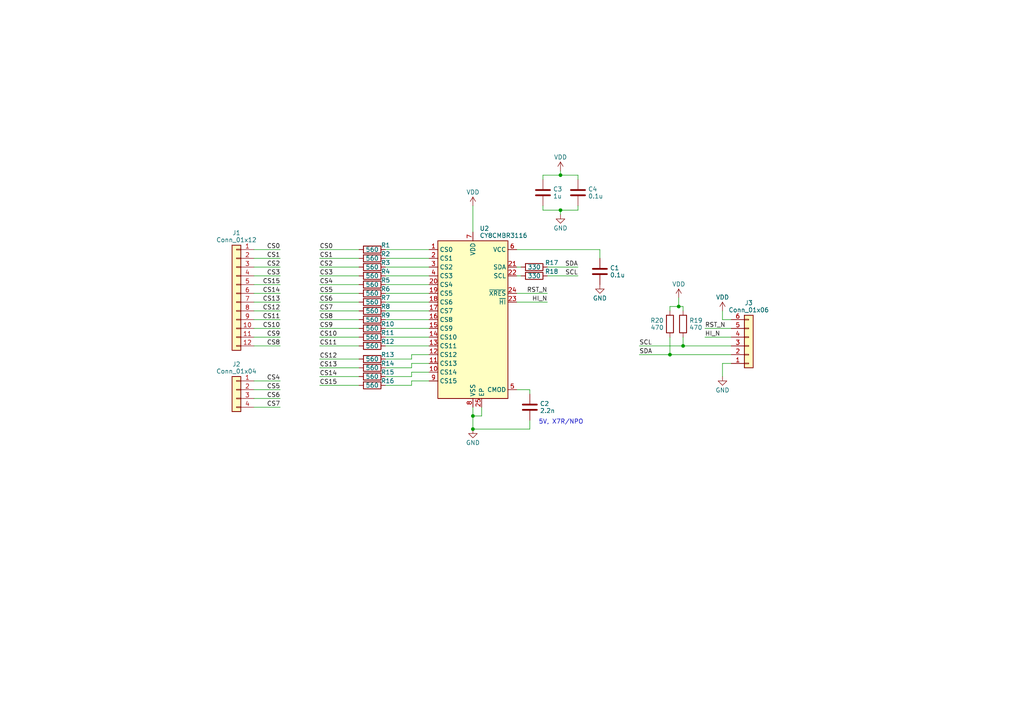
<source format=kicad_sch>
(kicad_sch (version 20230121) (generator eeschema)

  (uuid bf954c1b-e198-404c-bd02-40e2a5efbb7a)

  (paper "A4")

  (lib_symbols
    (symbol "Connector_Generic:Conn_01x04" (pin_names (offset 1.016) hide) (in_bom yes) (on_board yes)
      (property "Reference" "J" (at 0 5.08 0)
        (effects (font (size 1.27 1.27)))
      )
      (property "Value" "Conn_01x04" (at 0 -7.62 0)
        (effects (font (size 1.27 1.27)))
      )
      (property "Footprint" "" (at 0 0 0)
        (effects (font (size 1.27 1.27)) hide)
      )
      (property "Datasheet" "~" (at 0 0 0)
        (effects (font (size 1.27 1.27)) hide)
      )
      (property "ki_keywords" "connector" (at 0 0 0)
        (effects (font (size 1.27 1.27)) hide)
      )
      (property "ki_description" "Generic connector, single row, 01x04, script generated (kicad-library-utils/schlib/autogen/connector/)" (at 0 0 0)
        (effects (font (size 1.27 1.27)) hide)
      )
      (property "ki_fp_filters" "Connector*:*_1x??_*" (at 0 0 0)
        (effects (font (size 1.27 1.27)) hide)
      )
      (symbol "Conn_01x04_1_1"
        (rectangle (start -1.27 -4.953) (end 0 -5.207)
          (stroke (width 0.1524) (type default))
          (fill (type none))
        )
        (rectangle (start -1.27 -2.413) (end 0 -2.667)
          (stroke (width 0.1524) (type default))
          (fill (type none))
        )
        (rectangle (start -1.27 0.127) (end 0 -0.127)
          (stroke (width 0.1524) (type default))
          (fill (type none))
        )
        (rectangle (start -1.27 2.667) (end 0 2.413)
          (stroke (width 0.1524) (type default))
          (fill (type none))
        )
        (rectangle (start -1.27 3.81) (end 1.27 -6.35)
          (stroke (width 0.254) (type default))
          (fill (type background))
        )
        (pin passive line (at -5.08 2.54 0) (length 3.81)
          (name "Pin_1" (effects (font (size 1.27 1.27))))
          (number "1" (effects (font (size 1.27 1.27))))
        )
        (pin passive line (at -5.08 0 0) (length 3.81)
          (name "Pin_2" (effects (font (size 1.27 1.27))))
          (number "2" (effects (font (size 1.27 1.27))))
        )
        (pin passive line (at -5.08 -2.54 0) (length 3.81)
          (name "Pin_3" (effects (font (size 1.27 1.27))))
          (number "3" (effects (font (size 1.27 1.27))))
        )
        (pin passive line (at -5.08 -5.08 0) (length 3.81)
          (name "Pin_4" (effects (font (size 1.27 1.27))))
          (number "4" (effects (font (size 1.27 1.27))))
        )
      )
    )
    (symbol "Connector_Generic:Conn_01x06" (pin_names (offset 1.016) hide) (in_bom yes) (on_board yes)
      (property "Reference" "J" (at 0 7.62 0)
        (effects (font (size 1.27 1.27)))
      )
      (property "Value" "Conn_01x06" (at 0 -10.16 0)
        (effects (font (size 1.27 1.27)))
      )
      (property "Footprint" "" (at 0 0 0)
        (effects (font (size 1.27 1.27)) hide)
      )
      (property "Datasheet" "~" (at 0 0 0)
        (effects (font (size 1.27 1.27)) hide)
      )
      (property "ki_keywords" "connector" (at 0 0 0)
        (effects (font (size 1.27 1.27)) hide)
      )
      (property "ki_description" "Generic connector, single row, 01x06, script generated (kicad-library-utils/schlib/autogen/connector/)" (at 0 0 0)
        (effects (font (size 1.27 1.27)) hide)
      )
      (property "ki_fp_filters" "Connector*:*_1x??_*" (at 0 0 0)
        (effects (font (size 1.27 1.27)) hide)
      )
      (symbol "Conn_01x06_1_1"
        (rectangle (start -1.27 -7.493) (end 0 -7.747)
          (stroke (width 0.1524) (type default))
          (fill (type none))
        )
        (rectangle (start -1.27 -4.953) (end 0 -5.207)
          (stroke (width 0.1524) (type default))
          (fill (type none))
        )
        (rectangle (start -1.27 -2.413) (end 0 -2.667)
          (stroke (width 0.1524) (type default))
          (fill (type none))
        )
        (rectangle (start -1.27 0.127) (end 0 -0.127)
          (stroke (width 0.1524) (type default))
          (fill (type none))
        )
        (rectangle (start -1.27 2.667) (end 0 2.413)
          (stroke (width 0.1524) (type default))
          (fill (type none))
        )
        (rectangle (start -1.27 5.207) (end 0 4.953)
          (stroke (width 0.1524) (type default))
          (fill (type none))
        )
        (rectangle (start -1.27 6.35) (end 1.27 -8.89)
          (stroke (width 0.254) (type default))
          (fill (type background))
        )
        (pin passive line (at -5.08 5.08 0) (length 3.81)
          (name "Pin_1" (effects (font (size 1.27 1.27))))
          (number "1" (effects (font (size 1.27 1.27))))
        )
        (pin passive line (at -5.08 2.54 0) (length 3.81)
          (name "Pin_2" (effects (font (size 1.27 1.27))))
          (number "2" (effects (font (size 1.27 1.27))))
        )
        (pin passive line (at -5.08 0 0) (length 3.81)
          (name "Pin_3" (effects (font (size 1.27 1.27))))
          (number "3" (effects (font (size 1.27 1.27))))
        )
        (pin passive line (at -5.08 -2.54 0) (length 3.81)
          (name "Pin_4" (effects (font (size 1.27 1.27))))
          (number "4" (effects (font (size 1.27 1.27))))
        )
        (pin passive line (at -5.08 -5.08 0) (length 3.81)
          (name "Pin_5" (effects (font (size 1.27 1.27))))
          (number "5" (effects (font (size 1.27 1.27))))
        )
        (pin passive line (at -5.08 -7.62 0) (length 3.81)
          (name "Pin_6" (effects (font (size 1.27 1.27))))
          (number "6" (effects (font (size 1.27 1.27))))
        )
      )
    )
    (symbol "Connector_Generic:Conn_01x12" (pin_names (offset 1.016) hide) (in_bom yes) (on_board yes)
      (property "Reference" "J" (at 0 15.24 0)
        (effects (font (size 1.27 1.27)))
      )
      (property "Value" "Conn_01x12" (at 0 -17.78 0)
        (effects (font (size 1.27 1.27)))
      )
      (property "Footprint" "" (at 0 0 0)
        (effects (font (size 1.27 1.27)) hide)
      )
      (property "Datasheet" "~" (at 0 0 0)
        (effects (font (size 1.27 1.27)) hide)
      )
      (property "ki_keywords" "connector" (at 0 0 0)
        (effects (font (size 1.27 1.27)) hide)
      )
      (property "ki_description" "Generic connector, single row, 01x12, script generated (kicad-library-utils/schlib/autogen/connector/)" (at 0 0 0)
        (effects (font (size 1.27 1.27)) hide)
      )
      (property "ki_fp_filters" "Connector*:*_1x??_*" (at 0 0 0)
        (effects (font (size 1.27 1.27)) hide)
      )
      (symbol "Conn_01x12_1_1"
        (rectangle (start -1.27 -15.113) (end 0 -15.367)
          (stroke (width 0.1524) (type default))
          (fill (type none))
        )
        (rectangle (start -1.27 -12.573) (end 0 -12.827)
          (stroke (width 0.1524) (type default))
          (fill (type none))
        )
        (rectangle (start -1.27 -10.033) (end 0 -10.287)
          (stroke (width 0.1524) (type default))
          (fill (type none))
        )
        (rectangle (start -1.27 -7.493) (end 0 -7.747)
          (stroke (width 0.1524) (type default))
          (fill (type none))
        )
        (rectangle (start -1.27 -4.953) (end 0 -5.207)
          (stroke (width 0.1524) (type default))
          (fill (type none))
        )
        (rectangle (start -1.27 -2.413) (end 0 -2.667)
          (stroke (width 0.1524) (type default))
          (fill (type none))
        )
        (rectangle (start -1.27 0.127) (end 0 -0.127)
          (stroke (width 0.1524) (type default))
          (fill (type none))
        )
        (rectangle (start -1.27 2.667) (end 0 2.413)
          (stroke (width 0.1524) (type default))
          (fill (type none))
        )
        (rectangle (start -1.27 5.207) (end 0 4.953)
          (stroke (width 0.1524) (type default))
          (fill (type none))
        )
        (rectangle (start -1.27 7.747) (end 0 7.493)
          (stroke (width 0.1524) (type default))
          (fill (type none))
        )
        (rectangle (start -1.27 10.287) (end 0 10.033)
          (stroke (width 0.1524) (type default))
          (fill (type none))
        )
        (rectangle (start -1.27 12.827) (end 0 12.573)
          (stroke (width 0.1524) (type default))
          (fill (type none))
        )
        (rectangle (start -1.27 13.97) (end 1.27 -16.51)
          (stroke (width 0.254) (type default))
          (fill (type background))
        )
        (pin passive line (at -5.08 12.7 0) (length 3.81)
          (name "Pin_1" (effects (font (size 1.27 1.27))))
          (number "1" (effects (font (size 1.27 1.27))))
        )
        (pin passive line (at -5.08 -10.16 0) (length 3.81)
          (name "Pin_10" (effects (font (size 1.27 1.27))))
          (number "10" (effects (font (size 1.27 1.27))))
        )
        (pin passive line (at -5.08 -12.7 0) (length 3.81)
          (name "Pin_11" (effects (font (size 1.27 1.27))))
          (number "11" (effects (font (size 1.27 1.27))))
        )
        (pin passive line (at -5.08 -15.24 0) (length 3.81)
          (name "Pin_12" (effects (font (size 1.27 1.27))))
          (number "12" (effects (font (size 1.27 1.27))))
        )
        (pin passive line (at -5.08 10.16 0) (length 3.81)
          (name "Pin_2" (effects (font (size 1.27 1.27))))
          (number "2" (effects (font (size 1.27 1.27))))
        )
        (pin passive line (at -5.08 7.62 0) (length 3.81)
          (name "Pin_3" (effects (font (size 1.27 1.27))))
          (number "3" (effects (font (size 1.27 1.27))))
        )
        (pin passive line (at -5.08 5.08 0) (length 3.81)
          (name "Pin_4" (effects (font (size 1.27 1.27))))
          (number "4" (effects (font (size 1.27 1.27))))
        )
        (pin passive line (at -5.08 2.54 0) (length 3.81)
          (name "Pin_5" (effects (font (size 1.27 1.27))))
          (number "5" (effects (font (size 1.27 1.27))))
        )
        (pin passive line (at -5.08 0 0) (length 3.81)
          (name "Pin_6" (effects (font (size 1.27 1.27))))
          (number "6" (effects (font (size 1.27 1.27))))
        )
        (pin passive line (at -5.08 -2.54 0) (length 3.81)
          (name "Pin_7" (effects (font (size 1.27 1.27))))
          (number "7" (effects (font (size 1.27 1.27))))
        )
        (pin passive line (at -5.08 -5.08 0) (length 3.81)
          (name "Pin_8" (effects (font (size 1.27 1.27))))
          (number "8" (effects (font (size 1.27 1.27))))
        )
        (pin passive line (at -5.08 -7.62 0) (length 3.81)
          (name "Pin_9" (effects (font (size 1.27 1.27))))
          (number "9" (effects (font (size 1.27 1.27))))
        )
      )
    )
    (symbol "Device:C" (pin_numbers hide) (pin_names (offset 0.254)) (in_bom yes) (on_board yes)
      (property "Reference" "C" (at 0.635 2.54 0)
        (effects (font (size 1.27 1.27)) (justify left))
      )
      (property "Value" "C" (at 0.635 -2.54 0)
        (effects (font (size 1.27 1.27)) (justify left))
      )
      (property "Footprint" "" (at 0.9652 -3.81 0)
        (effects (font (size 1.27 1.27)) hide)
      )
      (property "Datasheet" "~" (at 0 0 0)
        (effects (font (size 1.27 1.27)) hide)
      )
      (property "ki_keywords" "cap capacitor" (at 0 0 0)
        (effects (font (size 1.27 1.27)) hide)
      )
      (property "ki_description" "Unpolarized capacitor" (at 0 0 0)
        (effects (font (size 1.27 1.27)) hide)
      )
      (property "ki_fp_filters" "C_*" (at 0 0 0)
        (effects (font (size 1.27 1.27)) hide)
      )
      (symbol "C_0_1"
        (polyline
          (pts
            (xy -2.032 -0.762)
            (xy 2.032 -0.762)
          )
          (stroke (width 0.508) (type default))
          (fill (type none))
        )
        (polyline
          (pts
            (xy -2.032 0.762)
            (xy 2.032 0.762)
          )
          (stroke (width 0.508) (type default))
          (fill (type none))
        )
      )
      (symbol "C_1_1"
        (pin passive line (at 0 3.81 270) (length 2.794)
          (name "~" (effects (font (size 1.27 1.27))))
          (number "1" (effects (font (size 1.27 1.27))))
        )
        (pin passive line (at 0 -3.81 90) (length 2.794)
          (name "~" (effects (font (size 1.27 1.27))))
          (number "2" (effects (font (size 1.27 1.27))))
        )
      )
    )
    (symbol "Device:R" (pin_numbers hide) (pin_names (offset 0)) (in_bom yes) (on_board yes)
      (property "Reference" "R" (at 2.032 0 90)
        (effects (font (size 1.27 1.27)))
      )
      (property "Value" "R" (at 0 0 90)
        (effects (font (size 1.27 1.27)))
      )
      (property "Footprint" "" (at -1.778 0 90)
        (effects (font (size 1.27 1.27)) hide)
      )
      (property "Datasheet" "~" (at 0 0 0)
        (effects (font (size 1.27 1.27)) hide)
      )
      (property "ki_keywords" "R res resistor" (at 0 0 0)
        (effects (font (size 1.27 1.27)) hide)
      )
      (property "ki_description" "Resistor" (at 0 0 0)
        (effects (font (size 1.27 1.27)) hide)
      )
      (property "ki_fp_filters" "R_*" (at 0 0 0)
        (effects (font (size 1.27 1.27)) hide)
      )
      (symbol "R_0_1"
        (rectangle (start -1.016 -2.54) (end 1.016 2.54)
          (stroke (width 0.254) (type default))
          (fill (type none))
        )
      )
      (symbol "R_1_1"
        (pin passive line (at 0 3.81 270) (length 1.27)
          (name "~" (effects (font (size 1.27 1.27))))
          (number "1" (effects (font (size 1.27 1.27))))
        )
        (pin passive line (at 0 -3.81 90) (length 1.27)
          (name "~" (effects (font (size 1.27 1.27))))
          (number "2" (effects (font (size 1.27 1.27))))
        )
      )
    )
    (symbol "Sensor_Touch:CY8CMBR3116" (in_bom yes) (on_board yes)
      (property "Reference" "U" (at -10.16 24.13 0)
        (effects (font (size 1.27 1.27)) (justify left))
      )
      (property "Value" "CY8CMBR3116" (at 1.27 24.13 0)
        (effects (font (size 1.27 1.27)) (justify left))
      )
      (property "Footprint" "Package_DFN_QFN:QFN-24-1EP_4x4mm_P0.5mm_EP2.6x2.6mm" (at 0 -29.21 0)
        (effects (font (size 1.27 1.27)) hide)
      )
      (property "Datasheet" "http://www.cypress.com/?docID=49119" (at 0 0 0)
        (effects (font (size 1.27 1.27)) hide)
      )
      (property "ki_keywords" "Touch Sensor 16ch" (at 0 0 0)
        (effects (font (size 1.27 1.27)) hide)
      )
      (property "ki_description" "CapSense Controller, 16 Sensors, QFN-24+EP" (at 0 0 0)
        (effects (font (size 1.27 1.27)) hide)
      )
      (property "ki_fp_filters" "QFN*1EP*4x4mm*P0.5mm*" (at 0 0 0)
        (effects (font (size 1.27 1.27)) hide)
      )
      (symbol "CY8CMBR3116_0_1"
        (rectangle (start -10.16 22.86) (end 10.16 -22.86)
          (stroke (width 0.254) (type default))
          (fill (type background))
        )
      )
      (symbol "CY8CMBR3116_1_1"
        (pin passive line (at -12.7 20.32 0) (length 2.54)
          (name "CS0" (effects (font (size 1.27 1.27))))
          (number "1" (effects (font (size 1.27 1.27))))
        )
        (pin passive line (at -12.7 -15.24 0) (length 2.54)
          (name "CS14" (effects (font (size 1.27 1.27))))
          (number "10" (effects (font (size 1.27 1.27))))
        )
        (pin passive line (at -12.7 -12.7 0) (length 2.54)
          (name "CS13" (effects (font (size 1.27 1.27))))
          (number "11" (effects (font (size 1.27 1.27))))
        )
        (pin passive line (at -12.7 -10.16 0) (length 2.54)
          (name "CS12" (effects (font (size 1.27 1.27))))
          (number "12" (effects (font (size 1.27 1.27))))
        )
        (pin passive line (at -12.7 -7.62 0) (length 2.54)
          (name "CS11" (effects (font (size 1.27 1.27))))
          (number "13" (effects (font (size 1.27 1.27))))
        )
        (pin passive line (at -12.7 -5.08 0) (length 2.54)
          (name "CS10" (effects (font (size 1.27 1.27))))
          (number "14" (effects (font (size 1.27 1.27))))
        )
        (pin passive line (at -12.7 -2.54 0) (length 2.54)
          (name "CS9" (effects (font (size 1.27 1.27))))
          (number "15" (effects (font (size 1.27 1.27))))
        )
        (pin passive line (at -12.7 0 0) (length 2.54)
          (name "CS8" (effects (font (size 1.27 1.27))))
          (number "16" (effects (font (size 1.27 1.27))))
        )
        (pin passive line (at -12.7 2.54 0) (length 2.54)
          (name "CS7" (effects (font (size 1.27 1.27))))
          (number "17" (effects (font (size 1.27 1.27))))
        )
        (pin passive line (at -12.7 5.08 0) (length 2.54)
          (name "CS6" (effects (font (size 1.27 1.27))))
          (number "18" (effects (font (size 1.27 1.27))))
        )
        (pin passive line (at -12.7 7.62 0) (length 2.54)
          (name "CS5" (effects (font (size 1.27 1.27))))
          (number "19" (effects (font (size 1.27 1.27))))
        )
        (pin passive line (at -12.7 17.78 0) (length 2.54)
          (name "CS1" (effects (font (size 1.27 1.27))))
          (number "2" (effects (font (size 1.27 1.27))))
        )
        (pin passive line (at -12.7 10.16 0) (length 2.54)
          (name "CS4" (effects (font (size 1.27 1.27))))
          (number "20" (effects (font (size 1.27 1.27))))
        )
        (pin bidirectional line (at 12.7 15.24 180) (length 2.54)
          (name "SDA" (effects (font (size 1.27 1.27))))
          (number "21" (effects (font (size 1.27 1.27))))
        )
        (pin input line (at 12.7 12.7 180) (length 2.54)
          (name "SCL" (effects (font (size 1.27 1.27))))
          (number "22" (effects (font (size 1.27 1.27))))
        )
        (pin bidirectional line (at 12.7 5.08 180) (length 2.54)
          (name "~{HI}" (effects (font (size 1.27 1.27))))
          (number "23" (effects (font (size 1.27 1.27))))
        )
        (pin input line (at 12.7 7.62 180) (length 2.54)
          (name "~{XRES}" (effects (font (size 1.27 1.27))))
          (number "24" (effects (font (size 1.27 1.27))))
        )
        (pin passive line (at 2.54 -25.4 90) (length 2.54)
          (name "EP" (effects (font (size 1.27 1.27))))
          (number "25" (effects (font (size 1.27 1.27))))
        )
        (pin passive line (at -12.7 15.24 0) (length 2.54)
          (name "CS2" (effects (font (size 1.27 1.27))))
          (number "3" (effects (font (size 1.27 1.27))))
        )
        (pin passive line (at -12.7 12.7 0) (length 2.54)
          (name "CS3" (effects (font (size 1.27 1.27))))
          (number "4" (effects (font (size 1.27 1.27))))
        )
        (pin passive line (at 12.7 -20.32 180) (length 2.54)
          (name "CMOD" (effects (font (size 1.27 1.27))))
          (number "5" (effects (font (size 1.27 1.27))))
        )
        (pin passive line (at 12.7 20.32 180) (length 2.54)
          (name "VCC" (effects (font (size 1.27 1.27))))
          (number "6" (effects (font (size 1.27 1.27))))
        )
        (pin power_in line (at 0 25.4 270) (length 2.54)
          (name "VDD" (effects (font (size 1.27 1.27))))
          (number "7" (effects (font (size 1.27 1.27))))
        )
        (pin power_in line (at 0 -25.4 90) (length 2.54)
          (name "VSS" (effects (font (size 1.27 1.27))))
          (number "8" (effects (font (size 1.27 1.27))))
        )
        (pin passive line (at -12.7 -17.78 0) (length 2.54)
          (name "CS15" (effects (font (size 1.27 1.27))))
          (number "9" (effects (font (size 1.27 1.27))))
        )
      )
    )
    (symbol "power:GND" (power) (pin_names (offset 0)) (in_bom yes) (on_board yes)
      (property "Reference" "#PWR" (at 0 -6.35 0)
        (effects (font (size 1.27 1.27)) hide)
      )
      (property "Value" "GND" (at 0 -3.81 0)
        (effects (font (size 1.27 1.27)))
      )
      (property "Footprint" "" (at 0 0 0)
        (effects (font (size 1.27 1.27)) hide)
      )
      (property "Datasheet" "" (at 0 0 0)
        (effects (font (size 1.27 1.27)) hide)
      )
      (property "ki_keywords" "global power" (at 0 0 0)
        (effects (font (size 1.27 1.27)) hide)
      )
      (property "ki_description" "Power symbol creates a global label with name \"GND\" , ground" (at 0 0 0)
        (effects (font (size 1.27 1.27)) hide)
      )
      (symbol "GND_0_1"
        (polyline
          (pts
            (xy 0 0)
            (xy 0 -1.27)
            (xy 1.27 -1.27)
            (xy 0 -2.54)
            (xy -1.27 -1.27)
            (xy 0 -1.27)
          )
          (stroke (width 0) (type default))
          (fill (type none))
        )
      )
      (symbol "GND_1_1"
        (pin power_in line (at 0 0 270) (length 0) hide
          (name "GND" (effects (font (size 1.27 1.27))))
          (number "1" (effects (font (size 1.27 1.27))))
        )
      )
    )
    (symbol "power:VDD" (power) (pin_names (offset 0)) (in_bom yes) (on_board yes)
      (property "Reference" "#PWR" (at 0 -3.81 0)
        (effects (font (size 1.27 1.27)) hide)
      )
      (property "Value" "VDD" (at 0 3.81 0)
        (effects (font (size 1.27 1.27)))
      )
      (property "Footprint" "" (at 0 0 0)
        (effects (font (size 1.27 1.27)) hide)
      )
      (property "Datasheet" "" (at 0 0 0)
        (effects (font (size 1.27 1.27)) hide)
      )
      (property "ki_keywords" "global power" (at 0 0 0)
        (effects (font (size 1.27 1.27)) hide)
      )
      (property "ki_description" "Power symbol creates a global label with name \"VDD\"" (at 0 0 0)
        (effects (font (size 1.27 1.27)) hide)
      )
      (symbol "VDD_0_1"
        (polyline
          (pts
            (xy -0.762 1.27)
            (xy 0 2.54)
          )
          (stroke (width 0) (type default))
          (fill (type none))
        )
        (polyline
          (pts
            (xy 0 0)
            (xy 0 2.54)
          )
          (stroke (width 0) (type default))
          (fill (type none))
        )
        (polyline
          (pts
            (xy 0 2.54)
            (xy 0.762 1.27)
          )
          (stroke (width 0) (type default))
          (fill (type none))
        )
      )
      (symbol "VDD_1_1"
        (pin power_in line (at 0 0 90) (length 0) hide
          (name "VDD" (effects (font (size 1.27 1.27))))
          (number "1" (effects (font (size 1.27 1.27))))
        )
      )
    )
  )

  (junction (at 137.16 124.46) (diameter 0) (color 0 0 0 0)
    (uuid 3eaa67fe-d901-4ae2-b886-e7249f513009)
  )
  (junction (at 196.85 88.9) (diameter 0) (color 0 0 0 0)
    (uuid 60229c4f-a445-409c-8a7f-dc375c91dcc0)
  )
  (junction (at 198.12 100.33) (diameter 0) (color 0 0 0 0)
    (uuid 6bf6132c-0e41-40bb-8f2b-83642741d3f8)
  )
  (junction (at 137.16 120.65) (diameter 0) (color 0 0 0 0)
    (uuid 7ff22a60-e322-40ef-bea4-2d9f0402f636)
  )
  (junction (at 162.56 50.8) (diameter 0) (color 0 0 0 0)
    (uuid bdcfe0ce-0a95-47d7-aabb-3081feef6470)
  )
  (junction (at 194.31 102.87) (diameter 0) (color 0 0 0 0)
    (uuid d94cf089-2267-4701-9a90-d6b5e2a651ae)
  )
  (junction (at 162.56 60.96) (diameter 0) (color 0 0 0 0)
    (uuid dbce5576-dc81-47bf-8d39-8c49029803bc)
  )

  (wire (pts (xy 81.28 100.33) (xy 73.66 100.33))
    (stroke (width 0) (type default))
    (uuid 0216f43e-3e89-46df-a798-51528b0e4064)
  )
  (wire (pts (xy 119.38 102.87) (xy 124.46 102.87))
    (stroke (width 0) (type default))
    (uuid 0374be12-48cd-410f-beb2-c9245c851c8c)
  )
  (wire (pts (xy 198.12 100.33) (xy 212.09 100.33))
    (stroke (width 0) (type default))
    (uuid 048542c8-26db-411d-b447-1d60a81a388c)
  )
  (wire (pts (xy 137.16 120.65) (xy 139.7 120.65))
    (stroke (width 0) (type default))
    (uuid 05b70117-0749-40cd-9eeb-fcf03a0359c6)
  )
  (wire (pts (xy 92.71 95.25) (xy 104.14 95.25))
    (stroke (width 0) (type default))
    (uuid 0b7cbeb1-3ad4-4d43-9f59-7849e42c5e18)
  )
  (wire (pts (xy 92.71 87.63) (xy 104.14 87.63))
    (stroke (width 0) (type default))
    (uuid 0f8382aa-3d7f-4f11-a577-3ee4e89c0d64)
  )
  (wire (pts (xy 92.71 97.79) (xy 104.14 97.79))
    (stroke (width 0) (type default))
    (uuid 12821c8b-574b-4fc1-83bc-d7d88732b45c)
  )
  (wire (pts (xy 209.55 105.41) (xy 212.09 105.41))
    (stroke (width 0) (type default))
    (uuid 1943d92f-5010-42a5-b9e4-108a5c08bd23)
  )
  (wire (pts (xy 81.28 80.01) (xy 73.66 80.01))
    (stroke (width 0) (type default))
    (uuid 1f709fa9-7144-482a-9079-f6c44d81acf1)
  )
  (wire (pts (xy 139.7 120.65) (xy 139.7 118.11))
    (stroke (width 0) (type default))
    (uuid 20b4335d-90cf-44fa-9a2d-2b2a99297264)
  )
  (wire (pts (xy 111.76 100.33) (xy 124.46 100.33))
    (stroke (width 0) (type default))
    (uuid 23623b0f-ba86-4652-be9a-fe2a950fff83)
  )
  (wire (pts (xy 111.76 97.79) (xy 124.46 97.79))
    (stroke (width 0) (type default))
    (uuid 23eac100-c383-4394-a6bd-afdca76a3a02)
  )
  (wire (pts (xy 81.28 113.03) (xy 73.66 113.03))
    (stroke (width 0) (type default))
    (uuid 256284b5-0268-4758-93d2-51536cab87b5)
  )
  (wire (pts (xy 92.71 100.33) (xy 104.14 100.33))
    (stroke (width 0) (type default))
    (uuid 26fc5c06-2deb-463a-ad24-c5b5f208e6b6)
  )
  (wire (pts (xy 137.16 59.69) (xy 137.16 67.31))
    (stroke (width 0) (type default))
    (uuid 2a15fbb3-d6bf-4593-895b-e4530953e9d0)
  )
  (wire (pts (xy 111.76 111.76) (xy 119.38 111.76))
    (stroke (width 0) (type default))
    (uuid 2cd1ddb7-26f7-4738-b90d-e7726bf5baca)
  )
  (wire (pts (xy 149.86 85.09) (xy 158.75 85.09))
    (stroke (width 0) (type default))
    (uuid 30bbe913-8fd8-4a75-98c3-b403e36781c4)
  )
  (wire (pts (xy 119.38 105.41) (xy 124.46 105.41))
    (stroke (width 0) (type default))
    (uuid 35705ff6-3709-4c85-93ac-282429aa4768)
  )
  (wire (pts (xy 81.28 85.09) (xy 73.66 85.09))
    (stroke (width 0) (type default))
    (uuid 37d4029c-a90a-41a1-aafe-29dd0e2970e6)
  )
  (wire (pts (xy 111.76 72.39) (xy 124.46 72.39))
    (stroke (width 0) (type default))
    (uuid 3c5c1109-67d4-42e6-8e39-cf8650f20198)
  )
  (wire (pts (xy 137.16 118.11) (xy 137.16 120.65))
    (stroke (width 0) (type default))
    (uuid 3e643b3f-2002-47ba-a20e-c52902381b95)
  )
  (wire (pts (xy 149.86 80.01) (xy 151.13 80.01))
    (stroke (width 0) (type default))
    (uuid 3ebaa804-dad7-4963-83e2-01f7af9fbbb3)
  )
  (wire (pts (xy 92.71 72.39) (xy 104.14 72.39))
    (stroke (width 0) (type default))
    (uuid 4940325a-4a59-48ea-bd84-7b4ca67217c1)
  )
  (wire (pts (xy 149.86 72.39) (xy 173.99 72.39))
    (stroke (width 0) (type default))
    (uuid 4ccbf8a9-682c-40aa-ad81-36ca28293dd2)
  )
  (wire (pts (xy 153.67 114.3) (xy 153.67 113.03))
    (stroke (width 0) (type default))
    (uuid 4d400b79-c38e-4f83-bf4e-a1e5c57c7de1)
  )
  (wire (pts (xy 81.28 90.17) (xy 73.66 90.17))
    (stroke (width 0) (type default))
    (uuid 4efac075-3327-41c5-b0fc-a8ce65191b83)
  )
  (wire (pts (xy 157.48 59.69) (xy 157.48 60.96))
    (stroke (width 0) (type default))
    (uuid 5489d23c-be1f-48a8-abc6-9ca4ddf252d9)
  )
  (wire (pts (xy 194.31 88.9) (xy 194.31 90.17))
    (stroke (width 0) (type default))
    (uuid 59b3c89c-7bce-45bd-9119-d7a1354365e1)
  )
  (wire (pts (xy 111.76 82.55) (xy 124.46 82.55))
    (stroke (width 0) (type default))
    (uuid 5a409c53-446c-494d-97c9-ed8a21943afd)
  )
  (wire (pts (xy 92.71 77.47) (xy 104.14 77.47))
    (stroke (width 0) (type default))
    (uuid 5c85e5a2-7487-4bbb-8f84-5837d4ccaa97)
  )
  (wire (pts (xy 167.64 60.96) (xy 167.64 59.69))
    (stroke (width 0) (type default))
    (uuid 5e57f092-1bdc-4bbd-92b4-b1e4d83fc08c)
  )
  (wire (pts (xy 119.38 104.14) (xy 119.38 102.87))
    (stroke (width 0) (type default))
    (uuid 6015a92f-1f51-4705-a98a-82189d941d59)
  )
  (wire (pts (xy 185.42 102.87) (xy 194.31 102.87))
    (stroke (width 0) (type default))
    (uuid 61d97518-a5d1-418d-9916-0d9e8e755257)
  )
  (wire (pts (xy 157.48 60.96) (xy 162.56 60.96))
    (stroke (width 0) (type default))
    (uuid 634e22c2-b58b-4c0e-888b-7e17f303b5cb)
  )
  (wire (pts (xy 111.76 74.93) (xy 124.46 74.93))
    (stroke (width 0) (type default))
    (uuid 68712691-1508-459e-aed3-1eb1918435ff)
  )
  (wire (pts (xy 111.76 85.09) (xy 124.46 85.09))
    (stroke (width 0) (type default))
    (uuid 6a98895e-eda1-4954-89b2-a2de74d5c4a1)
  )
  (wire (pts (xy 162.56 60.96) (xy 167.64 60.96))
    (stroke (width 0) (type default))
    (uuid 6b76656e-d595-49f6-ba43-1470bbb61adb)
  )
  (wire (pts (xy 92.71 106.68) (xy 104.14 106.68))
    (stroke (width 0) (type default))
    (uuid 6b783e72-151b-483b-8d65-1cf751e920c1)
  )
  (wire (pts (xy 194.31 97.79) (xy 194.31 102.87))
    (stroke (width 0) (type default))
    (uuid 6b826a5e-85b6-4664-a577-b79a9793973a)
  )
  (wire (pts (xy 198.12 97.79) (xy 198.12 100.33))
    (stroke (width 0) (type default))
    (uuid 6b894237-d206-43c6-a451-bf1a24b8ad22)
  )
  (wire (pts (xy 111.76 104.14) (xy 119.38 104.14))
    (stroke (width 0) (type default))
    (uuid 6b8e7bef-4179-4722-b6b5-0e40e990dfb8)
  )
  (wire (pts (xy 92.71 80.01) (xy 104.14 80.01))
    (stroke (width 0) (type default))
    (uuid 6c797af8-2e80-4b20-a4fd-31a1adea9e2f)
  )
  (wire (pts (xy 157.48 50.8) (xy 157.48 52.07))
    (stroke (width 0) (type default))
    (uuid 6c7d3cc4-567e-405d-b1a5-038c514c8f84)
  )
  (wire (pts (xy 92.71 85.09) (xy 104.14 85.09))
    (stroke (width 0) (type default))
    (uuid 74c057a4-afe5-421a-a64b-ab54de08e41f)
  )
  (wire (pts (xy 81.28 110.49) (xy 73.66 110.49))
    (stroke (width 0) (type default))
    (uuid 784b7a27-f475-41bb-a02c-6488702cf5eb)
  )
  (wire (pts (xy 81.28 82.55) (xy 73.66 82.55))
    (stroke (width 0) (type default))
    (uuid 79097cad-d651-44e1-af03-3103055510af)
  )
  (wire (pts (xy 196.85 88.9) (xy 198.12 88.9))
    (stroke (width 0) (type default))
    (uuid 7b3d831d-7413-4c73-8c42-e24377a58a0e)
  )
  (wire (pts (xy 111.76 80.01) (xy 124.46 80.01))
    (stroke (width 0) (type default))
    (uuid 7c4b387d-96ed-4727-a9f2-cba3cbd9a20b)
  )
  (wire (pts (xy 119.38 111.76) (xy 119.38 110.49))
    (stroke (width 0) (type default))
    (uuid 7dd4ddbc-7c82-4193-9516-32498256b5ba)
  )
  (wire (pts (xy 81.28 87.63) (xy 73.66 87.63))
    (stroke (width 0) (type default))
    (uuid 805761a0-d377-4b76-ab74-7e2d2dea26cd)
  )
  (wire (pts (xy 158.75 77.47) (xy 167.64 77.47))
    (stroke (width 0) (type default))
    (uuid 8120a596-d8c3-44cc-b582-8b246dd38c77)
  )
  (wire (pts (xy 81.28 97.79) (xy 73.66 97.79))
    (stroke (width 0) (type default))
    (uuid 826e126b-4850-47d2-b72b-eb5384c5c5f2)
  )
  (wire (pts (xy 153.67 124.46) (xy 137.16 124.46))
    (stroke (width 0) (type default))
    (uuid 83e425fb-9028-41fb-881b-53ec33a724a6)
  )
  (wire (pts (xy 81.28 72.39) (xy 73.66 72.39))
    (stroke (width 0) (type default))
    (uuid 8556b76c-8028-4d08-8762-cb2aab8da163)
  )
  (wire (pts (xy 162.56 60.96) (xy 162.56 62.23))
    (stroke (width 0) (type default))
    (uuid 8806142c-d1ee-4925-9819-218a459de414)
  )
  (wire (pts (xy 111.76 109.22) (xy 119.38 109.22))
    (stroke (width 0) (type default))
    (uuid 88c9588e-8f3d-4715-bc65-c8a95e38c5f4)
  )
  (wire (pts (xy 92.71 109.22) (xy 104.14 109.22))
    (stroke (width 0) (type default))
    (uuid 89904f44-b8da-499a-98c3-3c1efe7fb732)
  )
  (wire (pts (xy 81.28 77.47) (xy 73.66 77.47))
    (stroke (width 0) (type default))
    (uuid 8c3fa719-3f60-4307-957d-49b5418a3503)
  )
  (wire (pts (xy 209.55 109.22) (xy 209.55 105.41))
    (stroke (width 0) (type default))
    (uuid 8dfe4edd-7e31-455b-9051-0bbf938cb249)
  )
  (wire (pts (xy 173.99 72.39) (xy 173.99 74.93))
    (stroke (width 0) (type default))
    (uuid 91a2d415-ab15-4437-9f9a-85352e93fba2)
  )
  (wire (pts (xy 137.16 120.65) (xy 137.16 124.46))
    (stroke (width 0) (type default))
    (uuid 960f90e0-6acc-482c-9b7d-22ae77fc618a)
  )
  (wire (pts (xy 111.76 90.17) (xy 124.46 90.17))
    (stroke (width 0) (type default))
    (uuid 96d048bf-4901-4fba-bb60-78d37ad893c8)
  )
  (wire (pts (xy 111.76 87.63) (xy 124.46 87.63))
    (stroke (width 0) (type default))
    (uuid 994cd0ff-c330-462c-9d47-676cf21269d6)
  )
  (wire (pts (xy 111.76 77.47) (xy 124.46 77.47))
    (stroke (width 0) (type default))
    (uuid 9aabeeab-dd67-49a1-8072-e09bcabee554)
  )
  (wire (pts (xy 111.76 106.68) (xy 119.38 106.68))
    (stroke (width 0) (type default))
    (uuid 9c12ea4c-ce4a-43b2-8360-81f97fd516d2)
  )
  (wire (pts (xy 111.76 95.25) (xy 124.46 95.25))
    (stroke (width 0) (type default))
    (uuid 9c41dad0-a450-4006-aee3-c694db941f09)
  )
  (wire (pts (xy 81.28 92.71) (xy 73.66 92.71))
    (stroke (width 0) (type default))
    (uuid 9d4d4ad5-eaf1-40ff-829e-0f9f9fdc0d5c)
  )
  (wire (pts (xy 119.38 109.22) (xy 119.38 107.95))
    (stroke (width 0) (type default))
    (uuid 9ffb91ed-6c66-4ac3-82c9-00ecb8b503d8)
  )
  (wire (pts (xy 153.67 121.92) (xy 153.67 124.46))
    (stroke (width 0) (type default))
    (uuid a2a8e529-b00c-49a9-b7e7-42e4cc471417)
  )
  (wire (pts (xy 92.71 104.14) (xy 104.14 104.14))
    (stroke (width 0) (type default))
    (uuid a353c6e1-03ab-4bbf-9bf6-32e8a82e47c3)
  )
  (wire (pts (xy 204.47 97.79) (xy 212.09 97.79))
    (stroke (width 0) (type default))
    (uuid a7bcded6-22cd-44fe-a6cf-d2616c119aa1)
  )
  (wire (pts (xy 119.38 110.49) (xy 124.46 110.49))
    (stroke (width 0) (type default))
    (uuid b1255ab7-c01f-4f35-b307-fa6a379101b9)
  )
  (wire (pts (xy 167.64 50.8) (xy 167.64 52.07))
    (stroke (width 0) (type default))
    (uuid b1ebf872-9f50-4bd1-af7b-0b3fb5d93bfa)
  )
  (wire (pts (xy 153.67 113.03) (xy 149.86 113.03))
    (stroke (width 0) (type default))
    (uuid b4204d57-4693-49db-b0bb-ddfa67e15639)
  )
  (wire (pts (xy 92.71 90.17) (xy 104.14 90.17))
    (stroke (width 0) (type default))
    (uuid b65f4669-67ec-450b-92c4-2b49991587e4)
  )
  (wire (pts (xy 81.28 115.57) (xy 73.66 115.57))
    (stroke (width 0) (type default))
    (uuid baab03dd-daaf-428f-b179-323da08bef13)
  )
  (wire (pts (xy 111.76 92.71) (xy 124.46 92.71))
    (stroke (width 0) (type default))
    (uuid badc6a2f-d91f-4565-b5f4-be8b19fff69b)
  )
  (wire (pts (xy 92.71 92.71) (xy 104.14 92.71))
    (stroke (width 0) (type default))
    (uuid bd6cfbfe-851f-40f6-af2d-3ca90900df0c)
  )
  (wire (pts (xy 196.85 88.9) (xy 194.31 88.9))
    (stroke (width 0) (type default))
    (uuid c62aa313-f32d-4494-9fa2-853d41106c71)
  )
  (wire (pts (xy 162.56 50.8) (xy 157.48 50.8))
    (stroke (width 0) (type default))
    (uuid c94d3592-2f8d-4488-ab0b-72aee736175c)
  )
  (wire (pts (xy 119.38 106.68) (xy 119.38 105.41))
    (stroke (width 0) (type default))
    (uuid cc22813b-054b-47b0-9ea4-1b5e0ec340a6)
  )
  (wire (pts (xy 81.28 118.11) (xy 73.66 118.11))
    (stroke (width 0) (type default))
    (uuid d1425d1c-6898-4171-a4f4-85d46b00576c)
  )
  (wire (pts (xy 185.42 100.33) (xy 198.12 100.33))
    (stroke (width 0) (type default))
    (uuid d3a7dccc-d27f-4227-a27b-6705ced86451)
  )
  (wire (pts (xy 81.28 74.93) (xy 73.66 74.93))
    (stroke (width 0) (type default))
    (uuid d77b3b1d-37e5-4231-b474-668efc062c9e)
  )
  (wire (pts (xy 149.86 77.47) (xy 151.13 77.47))
    (stroke (width 0) (type default))
    (uuid db30fdc4-4742-4ddc-9c5d-be2b726171c3)
  )
  (wire (pts (xy 209.55 92.71) (xy 212.09 92.71))
    (stroke (width 0) (type default))
    (uuid e3247f0f-e223-4875-b8ae-287305d3520c)
  )
  (wire (pts (xy 162.56 49.53) (xy 162.56 50.8))
    (stroke (width 0) (type default))
    (uuid e3e8aab1-4a4c-4226-92d8-860b501dd9f7)
  )
  (wire (pts (xy 194.31 102.87) (xy 212.09 102.87))
    (stroke (width 0) (type default))
    (uuid e430bad0-1c5e-4257-9912-b857c365115e)
  )
  (wire (pts (xy 209.55 90.17) (xy 209.55 92.71))
    (stroke (width 0) (type default))
    (uuid e60a0276-4661-4653-9389-8982bf14dbcc)
  )
  (wire (pts (xy 198.12 88.9) (xy 198.12 90.17))
    (stroke (width 0) (type default))
    (uuid e6dca56a-63d9-4732-82cc-c09423216251)
  )
  (wire (pts (xy 149.86 87.63) (xy 158.75 87.63))
    (stroke (width 0) (type default))
    (uuid e77a0461-98fb-4e6b-b407-979d075ef4b6)
  )
  (wire (pts (xy 92.71 111.76) (xy 104.14 111.76))
    (stroke (width 0) (type default))
    (uuid eb088f9a-d9e9-4d36-8f6e-4069e6b619c5)
  )
  (wire (pts (xy 158.75 80.01) (xy 167.64 80.01))
    (stroke (width 0) (type default))
    (uuid eb30b68f-8d18-48a2-90b1-3c35ba2c29da)
  )
  (wire (pts (xy 92.71 74.93) (xy 104.14 74.93))
    (stroke (width 0) (type default))
    (uuid ed8a77ef-2ee6-485c-bbc4-12d79bfd7e8a)
  )
  (wire (pts (xy 81.28 95.25) (xy 73.66 95.25))
    (stroke (width 0) (type default))
    (uuid efd96673-5fad-4524-a0d4-cd249f42c5f9)
  )
  (wire (pts (xy 162.56 50.8) (xy 167.64 50.8))
    (stroke (width 0) (type default))
    (uuid f038e4a0-2807-40d0-a301-ee4b23457c1d)
  )
  (wire (pts (xy 196.85 86.36) (xy 196.85 88.9))
    (stroke (width 0) (type default))
    (uuid f544f256-601a-4bab-b642-3499ed1a62e1)
  )
  (wire (pts (xy 204.47 95.25) (xy 212.09 95.25))
    (stroke (width 0) (type default))
    (uuid f77a1fdc-7d55-450d-b076-c1b9859b5c00)
  )
  (wire (pts (xy 92.71 82.55) (xy 104.14 82.55))
    (stroke (width 0) (type default))
    (uuid fbf6e411-64ad-4225-93af-e7ce8639c3dd)
  )
  (wire (pts (xy 119.38 107.95) (xy 124.46 107.95))
    (stroke (width 0) (type default))
    (uuid fed0f662-528f-450f-97b1-2cd093ad7b91)
  )

  (text "5V, X7R/NPO" (at 156.21 123.19 0)
    (effects (font (size 1.27 1.27)) (justify left bottom))
    (uuid 4023ac57-b361-454f-a933-a69ef67475cb)
  )

  (label "SCL" (at 167.64 80.01 180) (fields_autoplaced)
    (effects (font (size 1.27 1.27)) (justify right bottom))
    (uuid 044c3abc-33fa-4543-82c8-392d92050584)
  )
  (label "CS10" (at 92.71 97.79 0) (fields_autoplaced)
    (effects (font (size 1.27 1.27)) (justify left bottom))
    (uuid 094b4d8e-9f50-406a-a57a-cf436e8de9f7)
  )
  (label "CS6" (at 81.28 115.57 180) (fields_autoplaced)
    (effects (font (size 1.27 1.27)) (justify right bottom))
    (uuid 0a3e403a-56e1-4e7b-9c86-a9b8d1c5771a)
  )
  (label "CS1" (at 92.71 74.93 0) (fields_autoplaced)
    (effects (font (size 1.27 1.27)) (justify left bottom))
    (uuid 0ff210a6-7d80-4c11-b032-f43c0da1a0ff)
  )
  (label "CS4" (at 81.28 110.49 180) (fields_autoplaced)
    (effects (font (size 1.27 1.27)) (justify right bottom))
    (uuid 1316547b-0a69-432d-bc9e-fecf0c4e8aab)
  )
  (label "CS2" (at 81.28 77.47 180) (fields_autoplaced)
    (effects (font (size 1.27 1.27)) (justify right bottom))
    (uuid 164b5789-9ae0-422b-89ad-c38a81496101)
  )
  (label "CS0" (at 92.71 72.39 0) (fields_autoplaced)
    (effects (font (size 1.27 1.27)) (justify left bottom))
    (uuid 1a1703e8-3381-4e20-bbbe-7f115275a83a)
  )
  (label "CS14" (at 81.28 85.09 180) (fields_autoplaced)
    (effects (font (size 1.27 1.27)) (justify right bottom))
    (uuid 1b6d2e63-b849-40cc-9478-fd4c712b24e8)
  )
  (label "CS11" (at 81.28 92.71 180) (fields_autoplaced)
    (effects (font (size 1.27 1.27)) (justify right bottom))
    (uuid 274998bf-6c14-4e75-b00d-97113ede150e)
  )
  (label "CS9" (at 92.71 95.25 0) (fields_autoplaced)
    (effects (font (size 1.27 1.27)) (justify left bottom))
    (uuid 2cc137de-3b57-4ccd-b4b3-4232619ced44)
  )
  (label "CS7" (at 81.28 118.11 180) (fields_autoplaced)
    (effects (font (size 1.27 1.27)) (justify right bottom))
    (uuid 38d36c48-7b06-4dc0-9dd3-3e19b41f1593)
  )
  (label "CS5" (at 81.28 113.03 180) (fields_autoplaced)
    (effects (font (size 1.27 1.27)) (justify right bottom))
    (uuid 38e19468-212e-4a8a-8958-4e7908a16311)
  )
  (label "CS8" (at 81.28 100.33 180) (fields_autoplaced)
    (effects (font (size 1.27 1.27)) (justify right bottom))
    (uuid 434ffabb-4981-41e1-abbf-928a8bbca5fa)
  )
  (label "CS5" (at 92.71 85.09 0) (fields_autoplaced)
    (effects (font (size 1.27 1.27)) (justify left bottom))
    (uuid 4b0f10dc-0db6-4c54-a35d-50460095ff6d)
  )
  (label "CS6" (at 92.71 87.63 0) (fields_autoplaced)
    (effects (font (size 1.27 1.27)) (justify left bottom))
    (uuid 4b1283c2-5d32-4244-9c30-5087432117fb)
  )
  (label "SDA" (at 167.64 77.47 180) (fields_autoplaced)
    (effects (font (size 1.27 1.27)) (justify right bottom))
    (uuid 4b3bcc94-2890-4456-b128-bfb9bcadd917)
  )
  (label "CS10" (at 81.28 95.25 180) (fields_autoplaced)
    (effects (font (size 1.27 1.27)) (justify right bottom))
    (uuid 4f0a9da2-d736-4889-a580-e80a34731ea4)
  )
  (label "CS13" (at 92.71 106.68 0) (fields_autoplaced)
    (effects (font (size 1.27 1.27)) (justify left bottom))
    (uuid 51c182c0-aa00-44eb-89c4-0259f90f282e)
  )
  (label "CS2" (at 92.71 77.47 0) (fields_autoplaced)
    (effects (font (size 1.27 1.27)) (justify left bottom))
    (uuid 69f54a49-5ea4-49ee-a779-d68d1201ff72)
  )
  (label "HI_N" (at 158.75 87.63 180) (fields_autoplaced)
    (effects (font (size 1.27 1.27)) (justify right bottom))
    (uuid 70c8f12a-9351-4b6d-a522-bcafe3ebec73)
  )
  (label "CS7" (at 92.71 90.17 0) (fields_autoplaced)
    (effects (font (size 1.27 1.27)) (justify left bottom))
    (uuid 762fff62-9c24-4b40-90c3-e686072c8595)
  )
  (label "CS9" (at 81.28 97.79 180) (fields_autoplaced)
    (effects (font (size 1.27 1.27)) (justify right bottom))
    (uuid 8b5ff92a-aed6-4b00-8c8c-de58c1f3ecfc)
  )
  (label "SCL" (at 185.42 100.33 0) (fields_autoplaced)
    (effects (font (size 1.27 1.27)) (justify left bottom))
    (uuid 9811f481-a39d-45f9-b6bf-ca6dd36fa3fb)
  )
  (label "CS11" (at 92.71 100.33 0) (fields_autoplaced)
    (effects (font (size 1.27 1.27)) (justify left bottom))
    (uuid a305e6e7-4d88-4f41-a896-40c53ffd7042)
  )
  (label "CS15" (at 92.71 111.76 0) (fields_autoplaced)
    (effects (font (size 1.27 1.27)) (justify left bottom))
    (uuid a330de20-4cd2-4e68-96d8-471074116249)
  )
  (label "CS12" (at 81.28 90.17 180) (fields_autoplaced)
    (effects (font (size 1.27 1.27)) (justify right bottom))
    (uuid ac8e88c5-205d-4701-849b-553254fca521)
  )
  (label "RST_N" (at 158.75 85.09 180) (fields_autoplaced)
    (effects (font (size 1.27 1.27)) (justify right bottom))
    (uuid b4828f26-3d98-4918-a5ea-2d49186cfe02)
  )
  (label "CS14" (at 92.71 109.22 0) (fields_autoplaced)
    (effects (font (size 1.27 1.27)) (justify left bottom))
    (uuid bf2999ed-4dd0-42b9-a7da-55b16358c22c)
  )
  (label "CS12" (at 92.71 104.14 0) (fields_autoplaced)
    (effects (font (size 1.27 1.27)) (justify left bottom))
    (uuid c0aa0fde-d464-499d-b293-0039184d57ba)
  )
  (label "CS1" (at 81.28 74.93 180) (fields_autoplaced)
    (effects (font (size 1.27 1.27)) (justify right bottom))
    (uuid c14e8afc-9a36-4334-a8a6-2ea091a528db)
  )
  (label "CS3" (at 81.28 80.01 180) (fields_autoplaced)
    (effects (font (size 1.27 1.27)) (justify right bottom))
    (uuid c54d5583-c8a8-4c2c-881a-b5bc4dfd5304)
  )
  (label "RST_N" (at 204.47 95.25 0) (fields_autoplaced)
    (effects (font (size 1.27 1.27)) (justify left bottom))
    (uuid c7ad8956-fab4-42c7-ba86-dab0eeab1154)
  )
  (label "CS15" (at 81.28 82.55 180) (fields_autoplaced)
    (effects (font (size 1.27 1.27)) (justify right bottom))
    (uuid c918526d-65dc-404e-abe5-72292550a4bb)
  )
  (label "SDA" (at 185.42 102.87 0) (fields_autoplaced)
    (effects (font (size 1.27 1.27)) (justify left bottom))
    (uuid ca166ab6-43ef-4c8f-aab3-ce1643d02404)
  )
  (label "CS13" (at 81.28 87.63 180) (fields_autoplaced)
    (effects (font (size 1.27 1.27)) (justify right bottom))
    (uuid cad41e8d-91c9-46d4-bc34-9ed6bc50892d)
  )
  (label "CS8" (at 92.71 92.71 0) (fields_autoplaced)
    (effects (font (size 1.27 1.27)) (justify left bottom))
    (uuid cef085e3-8578-41b2-a0a4-1546ad0d72d1)
  )
  (label "CS3" (at 92.71 80.01 0) (fields_autoplaced)
    (effects (font (size 1.27 1.27)) (justify left bottom))
    (uuid d3e66a98-6af9-44e9-8dd6-a76fd469b2e8)
  )
  (label "CS0" (at 81.28 72.39 180) (fields_autoplaced)
    (effects (font (size 1.27 1.27)) (justify right bottom))
    (uuid e8830530-2ba6-46c3-bf62-675e22b4da87)
  )
  (label "CS4" (at 92.71 82.55 0) (fields_autoplaced)
    (effects (font (size 1.27 1.27)) (justify left bottom))
    (uuid edf0f911-8afc-443d-8619-fa26552f2da1)
  )
  (label "HI_N" (at 204.47 97.79 0) (fields_autoplaced)
    (effects (font (size 1.27 1.27)) (justify left bottom))
    (uuid fd4928e2-ac4f-438d-9203-d101f28865c7)
  )

  (symbol (lib_id "Device:R") (at 107.95 87.63 90) (unit 1)
    (in_bom yes) (on_board yes) (dnp no)
    (uuid 027bec7b-a5a8-4edc-8123-97994882bf17)
    (property "Reference" "R7" (at 110.49 86.36 90)
      (effects (font (size 1.27 1.27)) (justify right))
    )
    (property "Value" "560" (at 107.95 87.63 90)
      (effects (font (size 1.27 1.27)))
    )
    (property "Footprint" "Resistor_SMD:R_0603_1608Metric_Pad0.98x0.95mm_HandSolder" (at 107.95 89.408 90)
      (effects (font (size 1.27 1.27)) hide)
    )
    (property "Datasheet" "~" (at 107.95 87.63 0)
      (effects (font (size 1.27 1.27)) hide)
    )
    (property "LCSC" "C23204" (at 107.95 87.63 0)
      (effects (font (size 1.27 1.27)) hide)
    )
    (pin "1" (uuid 421c5564-88eb-47d3-932a-36f3b634a404))
    (pin "2" (uuid 917ae0f7-8038-4148-8ed7-31a06b5f2934))
    (instances
      (project "touch-test-board"
        (path "/bf954c1b-e198-404c-bd02-40e2a5efbb7a"
          (reference "R7") (unit 1)
        )
      )
    )
  )

  (symbol (lib_id "Device:R") (at 107.95 109.22 90) (unit 1)
    (in_bom yes) (on_board yes) (dnp no)
    (uuid 05050648-bf1d-422d-a27a-000f9d74943e)
    (property "Reference" "R15" (at 110.49 107.95 90)
      (effects (font (size 1.27 1.27)) (justify right))
    )
    (property "Value" "560" (at 107.95 109.22 90)
      (effects (font (size 1.27 1.27)))
    )
    (property "Footprint" "Resistor_SMD:R_0603_1608Metric_Pad0.98x0.95mm_HandSolder" (at 107.95 110.998 90)
      (effects (font (size 1.27 1.27)) hide)
    )
    (property "Datasheet" "~" (at 107.95 109.22 0)
      (effects (font (size 1.27 1.27)) hide)
    )
    (property "LCSC" "C23204" (at 107.95 109.22 0)
      (effects (font (size 1.27 1.27)) hide)
    )
    (pin "1" (uuid 0c0a1e31-14fb-4beb-acc4-5401b1c1ce58))
    (pin "2" (uuid e483601a-5664-4d09-b780-27855149b5fb))
    (instances
      (project "touch-test-board"
        (path "/bf954c1b-e198-404c-bd02-40e2a5efbb7a"
          (reference "R15") (unit 1)
        )
      )
    )
  )

  (symbol (lib_id "Device:R") (at 107.95 104.14 90) (unit 1)
    (in_bom yes) (on_board yes) (dnp no)
    (uuid 081ec3d5-2284-44b0-bcd8-84a38c5c31b8)
    (property "Reference" "R13" (at 110.49 102.87 90)
      (effects (font (size 1.27 1.27)) (justify right))
    )
    (property "Value" "560" (at 107.95 104.14 90)
      (effects (font (size 1.27 1.27)))
    )
    (property "Footprint" "Resistor_SMD:R_0603_1608Metric_Pad0.98x0.95mm_HandSolder" (at 107.95 105.918 90)
      (effects (font (size 1.27 1.27)) hide)
    )
    (property "Datasheet" "~" (at 107.95 104.14 0)
      (effects (font (size 1.27 1.27)) hide)
    )
    (property "LCSC" "C23204" (at 107.95 104.14 0)
      (effects (font (size 1.27 1.27)) hide)
    )
    (pin "1" (uuid aebc4bbd-b2fd-4ef3-b315-2363d3f08f24))
    (pin "2" (uuid f3367b6b-9e82-4afb-9120-c0c4808e420f))
    (instances
      (project "touch-test-board"
        (path "/bf954c1b-e198-404c-bd02-40e2a5efbb7a"
          (reference "R13") (unit 1)
        )
      )
    )
  )

  (symbol (lib_id "power:VDD") (at 196.85 86.36 0) (unit 1)
    (in_bom yes) (on_board yes) (dnp no) (fields_autoplaced)
    (uuid 092276ea-92d2-4574-b061-b7a51beb5612)
    (property "Reference" "#PWR01" (at 196.85 90.17 0)
      (effects (font (size 1.27 1.27)) hide)
    )
    (property "Value" "VDD" (at 196.85 82.415 0)
      (effects (font (size 1.27 1.27)))
    )
    (property "Footprint" "" (at 196.85 86.36 0)
      (effects (font (size 1.27 1.27)) hide)
    )
    (property "Datasheet" "" (at 196.85 86.36 0)
      (effects (font (size 1.27 1.27)) hide)
    )
    (pin "1" (uuid a4308b0d-0fe9-4584-b108-4488bbbd4522))
    (instances
      (project "touch-test-board"
        (path "/bf954c1b-e198-404c-bd02-40e2a5efbb7a"
          (reference "#PWR01") (unit 1)
        )
      )
    )
  )

  (symbol (lib_id "Device:R") (at 107.95 111.76 90) (unit 1)
    (in_bom yes) (on_board yes) (dnp no)
    (uuid 14acb732-7e52-4339-8251-0e04a4d61585)
    (property "Reference" "R16" (at 110.49 110.49 90)
      (effects (font (size 1.27 1.27)) (justify right))
    )
    (property "Value" "560" (at 107.95 111.76 90)
      (effects (font (size 1.27 1.27)))
    )
    (property "Footprint" "Resistor_SMD:R_0603_1608Metric_Pad0.98x0.95mm_HandSolder" (at 107.95 113.538 90)
      (effects (font (size 1.27 1.27)) hide)
    )
    (property "Datasheet" "~" (at 107.95 111.76 0)
      (effects (font (size 1.27 1.27)) hide)
    )
    (property "LCSC" "C23204" (at 107.95 111.76 0)
      (effects (font (size 1.27 1.27)) hide)
    )
    (pin "1" (uuid aacb9f9a-075c-49f2-90ef-fed05a00892c))
    (pin "2" (uuid 8127ce1a-f4cf-404f-85cc-c5747103a2e7))
    (instances
      (project "touch-test-board"
        (path "/bf954c1b-e198-404c-bd02-40e2a5efbb7a"
          (reference "R16") (unit 1)
        )
      )
    )
  )

  (symbol (lib_id "Device:C") (at 157.48 55.88 0) (unit 1)
    (in_bom yes) (on_board yes) (dnp no) (fields_autoplaced)
    (uuid 1d050acc-e553-4fb8-acf7-c1c492ea47d2)
    (property "Reference" "C3" (at 160.401 54.856 0)
      (effects (font (size 1.27 1.27)) (justify left))
    )
    (property "Value" "1u" (at 160.401 56.904 0)
      (effects (font (size 1.27 1.27)) (justify left))
    )
    (property "Footprint" "Capacitor_SMD:C_0603_1608Metric_Pad1.08x0.95mm_HandSolder" (at 158.4452 59.69 0)
      (effects (font (size 1.27 1.27)) hide)
    )
    (property "Datasheet" "~" (at 157.48 55.88 0)
      (effects (font (size 1.27 1.27)) hide)
    )
    (property "LCSC" "C15849" (at 157.48 55.88 0)
      (effects (font (size 1.27 1.27)) hide)
    )
    (pin "1" (uuid 0b4a8778-eab4-4bfb-8644-32d149065637))
    (pin "2" (uuid 34f8b888-20ba-4e6c-b3da-68868f686258))
    (instances
      (project "touch-test-board"
        (path "/bf954c1b-e198-404c-bd02-40e2a5efbb7a"
          (reference "C3") (unit 1)
        )
      )
    )
  )

  (symbol (lib_id "Device:R") (at 107.95 82.55 90) (unit 1)
    (in_bom yes) (on_board yes) (dnp no)
    (uuid 225b3eae-ac6d-4087-b5f1-1c11c34464e1)
    (property "Reference" "R5" (at 110.49 81.28 90)
      (effects (font (size 1.27 1.27)) (justify right))
    )
    (property "Value" "560" (at 107.95 82.55 90)
      (effects (font (size 1.27 1.27)))
    )
    (property "Footprint" "Resistor_SMD:R_0603_1608Metric_Pad0.98x0.95mm_HandSolder" (at 107.95 84.328 90)
      (effects (font (size 1.27 1.27)) hide)
    )
    (property "Datasheet" "~" (at 107.95 82.55 0)
      (effects (font (size 1.27 1.27)) hide)
    )
    (property "LCSC" "C23204" (at 107.95 82.55 0)
      (effects (font (size 1.27 1.27)) hide)
    )
    (pin "1" (uuid 631bf345-3b16-44c1-b393-cacddae661c5))
    (pin "2" (uuid 46f4ab5d-5950-4ce0-8ea8-cce34c472e53))
    (instances
      (project "touch-test-board"
        (path "/bf954c1b-e198-404c-bd02-40e2a5efbb7a"
          (reference "R5") (unit 1)
        )
      )
    )
  )

  (symbol (lib_id "power:GND") (at 137.16 124.46 0) (unit 1)
    (in_bom yes) (on_board yes) (dnp no) (fields_autoplaced)
    (uuid 2525bd00-11c4-457e-aa4e-5d0f20db80b0)
    (property "Reference" "#PWR02" (at 137.16 130.81 0)
      (effects (font (size 1.27 1.27)) hide)
    )
    (property "Value" "GND" (at 137.16 128.405 0)
      (effects (font (size 1.27 1.27)))
    )
    (property "Footprint" "" (at 137.16 124.46 0)
      (effects (font (size 1.27 1.27)) hide)
    )
    (property "Datasheet" "" (at 137.16 124.46 0)
      (effects (font (size 1.27 1.27)) hide)
    )
    (pin "1" (uuid 3600d747-9bf2-41b0-8731-3029cd17088b))
    (instances
      (project "touch-test-board"
        (path "/bf954c1b-e198-404c-bd02-40e2a5efbb7a"
          (reference "#PWR02") (unit 1)
        )
      )
    )
  )

  (symbol (lib_id "Device:R") (at 107.95 80.01 90) (unit 1)
    (in_bom yes) (on_board yes) (dnp no)
    (uuid 30a78068-1bad-461c-8b9a-4fe9ced03043)
    (property "Reference" "R4" (at 110.49 78.74 90)
      (effects (font (size 1.27 1.27)) (justify right))
    )
    (property "Value" "560" (at 107.95 80.01 90)
      (effects (font (size 1.27 1.27)))
    )
    (property "Footprint" "Resistor_SMD:R_0603_1608Metric_Pad0.98x0.95mm_HandSolder" (at 107.95 81.788 90)
      (effects (font (size 1.27 1.27)) hide)
    )
    (property "Datasheet" "~" (at 107.95 80.01 0)
      (effects (font (size 1.27 1.27)) hide)
    )
    (property "LCSC" "C23204" (at 107.95 80.01 0)
      (effects (font (size 1.27 1.27)) hide)
    )
    (pin "1" (uuid 5b2558f1-998d-41d6-b89f-b029d25559ea))
    (pin "2" (uuid 9b438469-0889-4c56-8162-c7d42198a3f3))
    (instances
      (project "touch-test-board"
        (path "/bf954c1b-e198-404c-bd02-40e2a5efbb7a"
          (reference "R4") (unit 1)
        )
      )
    )
  )

  (symbol (lib_id "Device:R") (at 107.95 77.47 90) (unit 1)
    (in_bom yes) (on_board yes) (dnp no)
    (uuid 360fc926-57a8-4703-a997-025446532f1a)
    (property "Reference" "R3" (at 110.49 76.2 90)
      (effects (font (size 1.27 1.27)) (justify right))
    )
    (property "Value" "560" (at 107.95 77.47 90)
      (effects (font (size 1.27 1.27)))
    )
    (property "Footprint" "Resistor_SMD:R_0603_1608Metric_Pad0.98x0.95mm_HandSolder" (at 107.95 79.248 90)
      (effects (font (size 1.27 1.27)) hide)
    )
    (property "Datasheet" "~" (at 107.95 77.47 0)
      (effects (font (size 1.27 1.27)) hide)
    )
    (property "LCSC" "C23204" (at 107.95 77.47 0)
      (effects (font (size 1.27 1.27)) hide)
    )
    (pin "1" (uuid 815dfca4-2706-420c-8793-6f4a46465e57))
    (pin "2" (uuid 8fe6273a-4819-4ae1-985b-b403d94b2e01))
    (instances
      (project "touch-test-board"
        (path "/bf954c1b-e198-404c-bd02-40e2a5efbb7a"
          (reference "R3") (unit 1)
        )
      )
    )
  )

  (symbol (lib_id "Device:R") (at 154.94 77.47 90) (unit 1)
    (in_bom yes) (on_board yes) (dnp no)
    (uuid 44070729-0d9a-400d-b7ce-0b398f7b2a81)
    (property "Reference" "R17" (at 160.02 76.2 90)
      (effects (font (size 1.27 1.27)))
    )
    (property "Value" "330" (at 154.94 77.47 90)
      (effects (font (size 1.27 1.27)))
    )
    (property "Footprint" "Resistor_SMD:R_0603_1608Metric_Pad0.98x0.95mm_HandSolder" (at 154.94 79.248 90)
      (effects (font (size 1.27 1.27)) hide)
    )
    (property "Datasheet" "~" (at 154.94 77.47 0)
      (effects (font (size 1.27 1.27)) hide)
    )
    (property "LCSC" "C23138" (at 154.94 77.47 0)
      (effects (font (size 1.27 1.27)) hide)
    )
    (pin "1" (uuid 8107e476-baa8-4fad-b893-0748c8ccb5c7))
    (pin "2" (uuid abfef968-87ff-46d9-87a6-7b407f2bddfe))
    (instances
      (project "touch-test-board"
        (path "/bf954c1b-e198-404c-bd02-40e2a5efbb7a"
          (reference "R17") (unit 1)
        )
      )
    )
  )

  (symbol (lib_id "Connector_Generic:Conn_01x06") (at 217.17 100.33 0) (mirror x) (unit 1)
    (in_bom yes) (on_board yes) (dnp no) (fields_autoplaced)
    (uuid 449c0573-ff6c-4d6c-b97f-9a701e2d2528)
    (property "Reference" "J3" (at 217.17 87.86 0)
      (effects (font (size 1.27 1.27)))
    )
    (property "Value" "Conn_01x06" (at 217.17 89.908 0)
      (effects (font (size 1.27 1.27)))
    )
    (property "Footprint" "Connector_PinHeader_2.54mm:PinHeader_1x06_P2.54mm_Vertical" (at 217.17 100.33 0)
      (effects (font (size 1.27 1.27)) hide)
    )
    (property "Datasheet" "~" (at 217.17 100.33 0)
      (effects (font (size 1.27 1.27)) hide)
    )
    (property "LCSC" "" (at 217.17 100.33 0)
      (effects (font (size 1.27 1.27)) hide)
    )
    (pin "1" (uuid 50017aa4-2bd7-4d4d-897c-78f52697367e))
    (pin "2" (uuid d2e8f324-76fd-469c-b314-0075b35bb115))
    (pin "3" (uuid bc82eef7-c5e6-4a87-840d-db94ff907c8e))
    (pin "4" (uuid d7008253-7126-41b8-ab2e-05f92bcbb5a5))
    (pin "5" (uuid cbc246ec-8f0a-4817-9979-e8d7e7bae2ea))
    (pin "6" (uuid 5b0544be-1e2c-46ca-8f14-118641bfd835))
    (instances
      (project "touch-test-board"
        (path "/bf954c1b-e198-404c-bd02-40e2a5efbb7a"
          (reference "J3") (unit 1)
        )
      )
    )
  )

  (symbol (lib_id "Device:R") (at 194.31 93.98 0) (mirror y) (unit 1)
    (in_bom yes) (on_board yes) (dnp no) (fields_autoplaced)
    (uuid 49c9287b-c555-46a0-94c0-291a3ce208f9)
    (property "Reference" "R20" (at 192.532 92.956 0)
      (effects (font (size 1.27 1.27)) (justify left))
    )
    (property "Value" "470" (at 192.532 95.004 0)
      (effects (font (size 1.27 1.27)) (justify left))
    )
    (property "Footprint" "Resistor_SMD:R_0603_1608Metric_Pad0.98x0.95mm_HandSolder" (at 196.088 93.98 90)
      (effects (font (size 1.27 1.27)) hide)
    )
    (property "Datasheet" "~" (at 194.31 93.98 0)
      (effects (font (size 1.27 1.27)) hide)
    )
    (property "LCSC" "C23179" (at 194.31 93.98 0)
      (effects (font (size 1.27 1.27)) hide)
    )
    (pin "1" (uuid 990e551e-5bbb-4ea8-af9b-61c5aa89c631))
    (pin "2" (uuid 3c85de73-44e1-4574-88e9-87cd1eafdba9))
    (instances
      (project "touch-test-board"
        (path "/bf954c1b-e198-404c-bd02-40e2a5efbb7a"
          (reference "R20") (unit 1)
        )
      )
    )
  )

  (symbol (lib_id "Device:R") (at 107.95 106.68 90) (unit 1)
    (in_bom yes) (on_board yes) (dnp no)
    (uuid 5cb625af-420a-4bc0-b9da-1348b6df100e)
    (property "Reference" "R14" (at 110.49 105.41 90)
      (effects (font (size 1.27 1.27)) (justify right))
    )
    (property "Value" "560" (at 107.95 106.68 90)
      (effects (font (size 1.27 1.27)))
    )
    (property "Footprint" "Resistor_SMD:R_0603_1608Metric_Pad0.98x0.95mm_HandSolder" (at 107.95 108.458 90)
      (effects (font (size 1.27 1.27)) hide)
    )
    (property "Datasheet" "~" (at 107.95 106.68 0)
      (effects (font (size 1.27 1.27)) hide)
    )
    (property "LCSC" "C23204" (at 107.95 106.68 0)
      (effects (font (size 1.27 1.27)) hide)
    )
    (pin "1" (uuid 0b2724ac-f322-446b-9484-1b927f3fc798))
    (pin "2" (uuid 8f7e16f5-5fd9-437c-9219-b93b20cf998a))
    (instances
      (project "touch-test-board"
        (path "/bf954c1b-e198-404c-bd02-40e2a5efbb7a"
          (reference "R14") (unit 1)
        )
      )
    )
  )

  (symbol (lib_id "Device:R") (at 107.95 74.93 90) (unit 1)
    (in_bom yes) (on_board yes) (dnp no)
    (uuid 621356e8-bbc9-4397-a4b3-7847fe9936fb)
    (property "Reference" "R2" (at 110.49 73.66 90)
      (effects (font (size 1.27 1.27)) (justify right))
    )
    (property "Value" "560" (at 107.95 74.93 90)
      (effects (font (size 1.27 1.27)))
    )
    (property "Footprint" "Resistor_SMD:R_0603_1608Metric_Pad0.98x0.95mm_HandSolder" (at 107.95 76.708 90)
      (effects (font (size 1.27 1.27)) hide)
    )
    (property "Datasheet" "~" (at 107.95 74.93 0)
      (effects (font (size 1.27 1.27)) hide)
    )
    (property "LCSC" "C23204" (at 107.95 74.93 0)
      (effects (font (size 1.27 1.27)) hide)
    )
    (pin "1" (uuid a362bcac-1872-475e-9e0a-43da5eaceac7))
    (pin "2" (uuid 622b9746-3d2c-4706-99f0-8123120ddaec))
    (instances
      (project "touch-test-board"
        (path "/bf954c1b-e198-404c-bd02-40e2a5efbb7a"
          (reference "R2") (unit 1)
        )
      )
    )
  )

  (symbol (lib_id "Device:C") (at 153.67 118.11 0) (unit 1)
    (in_bom yes) (on_board yes) (dnp no) (fields_autoplaced)
    (uuid 7afd1e51-5461-4919-b2f4-d16b6803e930)
    (property "Reference" "C2" (at 156.591 117.086 0)
      (effects (font (size 1.27 1.27)) (justify left))
    )
    (property "Value" "2.2n" (at 156.591 119.134 0)
      (effects (font (size 1.27 1.27)) (justify left))
    )
    (property "Footprint" "Capacitor_SMD:C_0603_1608Metric_Pad1.08x0.95mm_HandSolder" (at 154.6352 121.92 0)
      (effects (font (size 1.27 1.27)) hide)
    )
    (property "Datasheet" "~" (at 153.67 118.11 0)
      (effects (font (size 1.27 1.27)) hide)
    )
    (property "LCSC" "C1604" (at 153.67 118.11 0)
      (effects (font (size 1.27 1.27)) hide)
    )
    (pin "1" (uuid 12ccf087-f796-4d6e-b735-f08a5cf98313))
    (pin "2" (uuid 89d72db2-80b1-426a-9cb2-849cad389def))
    (instances
      (project "touch-test-board"
        (path "/bf954c1b-e198-404c-bd02-40e2a5efbb7a"
          (reference "C2") (unit 1)
        )
      )
    )
  )

  (symbol (lib_id "Device:R") (at 107.95 90.17 90) (unit 1)
    (in_bom yes) (on_board yes) (dnp no)
    (uuid 8aeab39c-f268-4323-9d4b-bf228c8114b9)
    (property "Reference" "R8" (at 110.49 88.9 90)
      (effects (font (size 1.27 1.27)) (justify right))
    )
    (property "Value" "560" (at 107.95 90.17 90)
      (effects (font (size 1.27 1.27)))
    )
    (property "Footprint" "Resistor_SMD:R_0603_1608Metric_Pad0.98x0.95mm_HandSolder" (at 107.95 91.948 90)
      (effects (font (size 1.27 1.27)) hide)
    )
    (property "Datasheet" "~" (at 107.95 90.17 0)
      (effects (font (size 1.27 1.27)) hide)
    )
    (property "LCSC" "C23204" (at 107.95 90.17 0)
      (effects (font (size 1.27 1.27)) hide)
    )
    (pin "1" (uuid 343d642f-6572-4746-b1b5-ed5be2a4c2d1))
    (pin "2" (uuid ac595e2a-cfae-4d0c-ba0b-2bbf258ce42e))
    (instances
      (project "touch-test-board"
        (path "/bf954c1b-e198-404c-bd02-40e2a5efbb7a"
          (reference "R8") (unit 1)
        )
      )
    )
  )

  (symbol (lib_id "power:GND") (at 173.99 82.55 0) (unit 1)
    (in_bom yes) (on_board yes) (dnp no) (fields_autoplaced)
    (uuid 8b95dfc2-8c16-405a-bbb1-fae013b666e3)
    (property "Reference" "#PWR03" (at 173.99 88.9 0)
      (effects (font (size 1.27 1.27)) hide)
    )
    (property "Value" "GND" (at 173.99 86.495 0)
      (effects (font (size 1.27 1.27)))
    )
    (property "Footprint" "" (at 173.99 82.55 0)
      (effects (font (size 1.27 1.27)) hide)
    )
    (property "Datasheet" "" (at 173.99 82.55 0)
      (effects (font (size 1.27 1.27)) hide)
    )
    (pin "1" (uuid 87cc59e0-4d47-4bc3-a796-298a6e412be7))
    (instances
      (project "touch-test-board"
        (path "/bf954c1b-e198-404c-bd02-40e2a5efbb7a"
          (reference "#PWR03") (unit 1)
        )
      )
    )
  )

  (symbol (lib_id "Sensor_Touch:CY8CMBR3116") (at 137.16 92.71 0) (unit 1)
    (in_bom yes) (on_board yes) (dnp no) (fields_autoplaced)
    (uuid 96d30a35-87b7-4c70-8b67-bf146ed597f2)
    (property "Reference" "U2" (at 139.1159 66.27 0)
      (effects (font (size 1.27 1.27)) (justify left))
    )
    (property "Value" "CY8CMBR3116" (at 139.1159 68.318 0)
      (effects (font (size 1.27 1.27)) (justify left))
    )
    (property "Footprint" "Package_DFN_QFN:QFN-24-1EP_4x4mm_P0.5mm_EP2.6x2.6mm" (at 137.16 121.92 0)
      (effects (font (size 1.27 1.27)) hide)
    )
    (property "Datasheet" "http://www.cypress.com/?docID=49119" (at 137.16 92.71 0)
      (effects (font (size 1.27 1.27)) hide)
    )
    (property "LCSC" "C914913" (at 137.16 92.71 0)
      (effects (font (size 1.27 1.27)) hide)
    )
    (pin "1" (uuid 8680f9ab-ee2b-4ddd-af3c-2ecf320814f4))
    (pin "10" (uuid 3906180f-f5df-42e9-8746-6fb07b7b5b3e))
    (pin "11" (uuid 186a083c-9aef-4e9c-a6a4-178a88614e43))
    (pin "12" (uuid 6a6c6ca5-5e40-4f56-8279-26dbd01543ad))
    (pin "13" (uuid 296a36d3-1f08-41c3-aa5c-527ae9b04f99))
    (pin "14" (uuid 06e14d74-7b0c-494a-8e51-917ec7b744e4))
    (pin "15" (uuid 8167c5c9-35d7-490b-8959-329e810c7f04))
    (pin "16" (uuid 16fbf01e-15f8-46ce-b1b5-ad00b4df79e3))
    (pin "17" (uuid 4af1025a-57a3-4256-9984-c239835862e5))
    (pin "18" (uuid 523f778d-d8b4-42e8-9f13-58d826f53159))
    (pin "19" (uuid 5476e025-8638-4709-921a-7719a67a0ff2))
    (pin "2" (uuid b6a32ec6-b670-4a75-a79b-794cfb7027cc))
    (pin "20" (uuid e7abe530-d8f4-4812-a0f8-cdf3d6f6899b))
    (pin "21" (uuid f43851b6-f41b-49ed-b6ef-6fa593a18a74))
    (pin "22" (uuid 7a2f0415-5117-43fe-8801-de2edbe13f42))
    (pin "23" (uuid 9b36ef46-cbc5-4a1b-9fba-0db9a9c8dd43))
    (pin "24" (uuid 9dab4a54-f7a4-4479-9403-c091403078c3))
    (pin "25" (uuid e83b2041-0962-494b-b5fe-caa87651ac85))
    (pin "3" (uuid 7bd5ea0c-ee27-4ef3-83c5-a4b5d5dafeba))
    (pin "4" (uuid fadae631-1d98-4cdd-8991-786eb9a21024))
    (pin "5" (uuid 02b3c8a7-1b1f-48dc-8efb-83e145beb14f))
    (pin "6" (uuid be2552e6-aa39-45c4-b220-bc716769a44d))
    (pin "7" (uuid fd291a3d-43ba-4eb5-b181-bd44c62205d3))
    (pin "8" (uuid ebd83bef-9ace-4bfe-b912-e2b71050b6e5))
    (pin "9" (uuid 256899e6-bbcd-42a1-8af8-cdf75e22a098))
    (instances
      (project "touch-test-board"
        (path "/bf954c1b-e198-404c-bd02-40e2a5efbb7a"
          (reference "U2") (unit 1)
        )
      )
    )
  )

  (symbol (lib_id "Device:C") (at 173.99 78.74 0) (unit 1)
    (in_bom yes) (on_board yes) (dnp no) (fields_autoplaced)
    (uuid 983417e6-a428-4e17-83ad-643416a7b789)
    (property "Reference" "C1" (at 176.911 77.716 0)
      (effects (font (size 1.27 1.27)) (justify left))
    )
    (property "Value" "0.1u" (at 176.911 79.764 0)
      (effects (font (size 1.27 1.27)) (justify left))
    )
    (property "Footprint" "Capacitor_SMD:C_0603_1608Metric_Pad1.08x0.95mm_HandSolder" (at 174.9552 82.55 0)
      (effects (font (size 1.27 1.27)) hide)
    )
    (property "Datasheet" "~" (at 173.99 78.74 0)
      (effects (font (size 1.27 1.27)) hide)
    )
    (property "LCSC" "C14663" (at 173.99 78.74 0)
      (effects (font (size 1.27 1.27)) hide)
    )
    (pin "1" (uuid 55e03e72-09fb-4c1a-ad30-658dc054e5bd))
    (pin "2" (uuid a473e194-e90c-4661-b14a-e1352b8cc98d))
    (instances
      (project "touch-test-board"
        (path "/bf954c1b-e198-404c-bd02-40e2a5efbb7a"
          (reference "C1") (unit 1)
        )
      )
    )
  )

  (symbol (lib_id "Device:R") (at 107.95 95.25 90) (unit 1)
    (in_bom yes) (on_board yes) (dnp no)
    (uuid 9b56d27f-0d68-4797-bc98-66558db75275)
    (property "Reference" "R10" (at 110.49 93.98 90)
      (effects (font (size 1.27 1.27)) (justify right))
    )
    (property "Value" "560" (at 107.95 95.25 90)
      (effects (font (size 1.27 1.27)))
    )
    (property "Footprint" "Resistor_SMD:R_0603_1608Metric_Pad0.98x0.95mm_HandSolder" (at 107.95 97.028 90)
      (effects (font (size 1.27 1.27)) hide)
    )
    (property "Datasheet" "~" (at 107.95 95.25 0)
      (effects (font (size 1.27 1.27)) hide)
    )
    (property "LCSC" "C23204" (at 107.95 95.25 0)
      (effects (font (size 1.27 1.27)) hide)
    )
    (pin "1" (uuid 914b4556-4704-4205-8d31-77346c9d5c05))
    (pin "2" (uuid 42052963-23fa-4dd8-871e-c1d99471ee9e))
    (instances
      (project "touch-test-board"
        (path "/bf954c1b-e198-404c-bd02-40e2a5efbb7a"
          (reference "R10") (unit 1)
        )
      )
    )
  )

  (symbol (lib_id "power:VDD") (at 209.55 90.17 0) (unit 1)
    (in_bom yes) (on_board yes) (dnp no) (fields_autoplaced)
    (uuid 9d44cc90-4a66-43b8-8716-e9a4e0e86f0c)
    (property "Reference" "#PWR08" (at 209.55 93.98 0)
      (effects (font (size 1.27 1.27)) hide)
    )
    (property "Value" "VDD" (at 209.55 86.225 0)
      (effects (font (size 1.27 1.27)))
    )
    (property "Footprint" "" (at 209.55 90.17 0)
      (effects (font (size 1.27 1.27)) hide)
    )
    (property "Datasheet" "" (at 209.55 90.17 0)
      (effects (font (size 1.27 1.27)) hide)
    )
    (pin "1" (uuid 82ab0949-94ad-4959-823f-b3b813e41ed7))
    (instances
      (project "touch-test-board"
        (path "/bf954c1b-e198-404c-bd02-40e2a5efbb7a"
          (reference "#PWR08") (unit 1)
        )
      )
    )
  )

  (symbol (lib_id "power:VDD") (at 162.56 49.53 0) (unit 1)
    (in_bom yes) (on_board yes) (dnp no) (fields_autoplaced)
    (uuid 9f1bb102-751b-40be-afe2-ac7032a4a837)
    (property "Reference" "#PWR04" (at 162.56 53.34 0)
      (effects (font (size 1.27 1.27)) hide)
    )
    (property "Value" "VDD" (at 162.56 45.585 0)
      (effects (font (size 1.27 1.27)))
    )
    (property "Footprint" "" (at 162.56 49.53 0)
      (effects (font (size 1.27 1.27)) hide)
    )
    (property "Datasheet" "" (at 162.56 49.53 0)
      (effects (font (size 1.27 1.27)) hide)
    )
    (pin "1" (uuid ec62abf6-6a31-4754-9545-ceeaa4447379))
    (instances
      (project "touch-test-board"
        (path "/bf954c1b-e198-404c-bd02-40e2a5efbb7a"
          (reference "#PWR04") (unit 1)
        )
      )
    )
  )

  (symbol (lib_id "Device:R") (at 107.95 100.33 90) (unit 1)
    (in_bom yes) (on_board yes) (dnp no)
    (uuid a21eec89-d0b2-4552-a73a-3bebe13985c0)
    (property "Reference" "R12" (at 110.49 99.06 90)
      (effects (font (size 1.27 1.27)) (justify right))
    )
    (property "Value" "560" (at 107.95 100.33 90)
      (effects (font (size 1.27 1.27)))
    )
    (property "Footprint" "Resistor_SMD:R_0603_1608Metric_Pad0.98x0.95mm_HandSolder" (at 107.95 102.108 90)
      (effects (font (size 1.27 1.27)) hide)
    )
    (property "Datasheet" "~" (at 107.95 100.33 0)
      (effects (font (size 1.27 1.27)) hide)
    )
    (property "LCSC" "C23204" (at 107.95 100.33 0)
      (effects (font (size 1.27 1.27)) hide)
    )
    (pin "1" (uuid d787e0b9-6006-4a85-aec2-69caf7e26523))
    (pin "2" (uuid 58459811-af64-42e7-953d-33c27bbe72ae))
    (instances
      (project "touch-test-board"
        (path "/bf954c1b-e198-404c-bd02-40e2a5efbb7a"
          (reference "R12") (unit 1)
        )
      )
    )
  )

  (symbol (lib_id "Device:R") (at 107.95 85.09 90) (unit 1)
    (in_bom yes) (on_board yes) (dnp no)
    (uuid a2df9774-fab6-4cf4-ba4d-9f1ef19197f1)
    (property "Reference" "R6" (at 110.49 83.82 90)
      (effects (font (size 1.27 1.27)) (justify right))
    )
    (property "Value" "560" (at 107.95 85.09 90)
      (effects (font (size 1.27 1.27)))
    )
    (property "Footprint" "Resistor_SMD:R_0603_1608Metric_Pad0.98x0.95mm_HandSolder" (at 107.95 86.868 90)
      (effects (font (size 1.27 1.27)) hide)
    )
    (property "Datasheet" "~" (at 107.95 85.09 0)
      (effects (font (size 1.27 1.27)) hide)
    )
    (property "LCSC" "C23204" (at 107.95 85.09 0)
      (effects (font (size 1.27 1.27)) hide)
    )
    (pin "1" (uuid cf603c2f-9212-4e94-82c1-e5adb5642058))
    (pin "2" (uuid cec56860-46a1-42be-8b5f-a30246ec4b37))
    (instances
      (project "touch-test-board"
        (path "/bf954c1b-e198-404c-bd02-40e2a5efbb7a"
          (reference "R6") (unit 1)
        )
      )
    )
  )

  (symbol (lib_id "Connector_Generic:Conn_01x12") (at 68.58 85.09 0) (mirror y) (unit 1)
    (in_bom yes) (on_board yes) (dnp no)
    (uuid a91b8e2a-83b5-4d35-a3b5-a378c6396a34)
    (property "Reference" "J1" (at 68.58 67.54 0)
      (effects (font (size 1.27 1.27)))
    )
    (property "Value" "Conn_01x12" (at 68.58 69.588 0)
      (effects (font (size 1.27 1.27)))
    )
    (property "Footprint" "artsfest-touch:CapPad_12Pad_Piano" (at 68.58 85.09 0)
      (effects (font (size 1.27 1.27)) hide)
    )
    (property "Datasheet" "~" (at 68.58 85.09 0)
      (effects (font (size 1.27 1.27)) hide)
    )
    (property "LCSC" "" (at 68.58 85.09 0)
      (effects (font (size 1.27 1.27)) hide)
    )
    (pin "1" (uuid 7c17f2d0-cebe-42b8-94e0-9100aaf99add))
    (pin "10" (uuid 247b10d1-5ba1-4708-9b0f-5f42836bd727))
    (pin "11" (uuid 7dd71cd9-ebc8-4a3b-89bc-4b017ff74b67))
    (pin "12" (uuid ccd0e758-bb29-45e8-a091-05a586c7861a))
    (pin "2" (uuid d6c5856a-2d68-47ae-ab6d-9dc011d53f0d))
    (pin "3" (uuid 368af234-d59c-40c2-b94d-82ce91720dd2))
    (pin "4" (uuid 4e41dbcb-2d9b-47c2-b5af-26b0ccc8415b))
    (pin "5" (uuid e4a4ed58-3e1b-4989-bca0-7a532a6e25a8))
    (pin "6" (uuid fb514535-b88b-42cf-9adf-8329f06ff3b7))
    (pin "7" (uuid 68933723-0a41-4de0-ba6d-ab4dcdb98cc4))
    (pin "8" (uuid 3530d892-47bf-4028-8100-e53643b97079))
    (pin "9" (uuid e41595e8-40d6-44b9-bdf9-86f28440f263))
    (instances
      (project "touch-test-board"
        (path "/bf954c1b-e198-404c-bd02-40e2a5efbb7a"
          (reference "J1") (unit 1)
        )
      )
    )
  )

  (symbol (lib_id "Device:R") (at 154.94 80.01 90) (unit 1)
    (in_bom yes) (on_board yes) (dnp no)
    (uuid c6ba4909-7c31-4e79-b75f-4ce03d20f48b)
    (property "Reference" "R18" (at 160.02 78.74 90)
      (effects (font (size 1.27 1.27)))
    )
    (property "Value" "330" (at 154.94 80.01 90)
      (effects (font (size 1.27 1.27)))
    )
    (property "Footprint" "Resistor_SMD:R_0603_1608Metric_Pad0.98x0.95mm_HandSolder" (at 154.94 81.788 90)
      (effects (font (size 1.27 1.27)) hide)
    )
    (property "Datasheet" "~" (at 154.94 80.01 0)
      (effects (font (size 1.27 1.27)) hide)
    )
    (property "LCSC" "C23138" (at 154.94 80.01 0)
      (effects (font (size 1.27 1.27)) hide)
    )
    (pin "1" (uuid 9f466672-5e50-4711-a4b9-97597bc812cb))
    (pin "2" (uuid 492c7faa-e817-4458-be14-b86b927b3150))
    (instances
      (project "touch-test-board"
        (path "/bf954c1b-e198-404c-bd02-40e2a5efbb7a"
          (reference "R18") (unit 1)
        )
      )
    )
  )

  (symbol (lib_id "Device:C") (at 167.64 55.88 0) (unit 1)
    (in_bom yes) (on_board yes) (dnp no) (fields_autoplaced)
    (uuid c867981b-123d-4b51-998f-dbe03c6dd7e6)
    (property "Reference" "C4" (at 170.561 54.856 0)
      (effects (font (size 1.27 1.27)) (justify left))
    )
    (property "Value" "0.1u" (at 170.561 56.904 0)
      (effects (font (size 1.27 1.27)) (justify left))
    )
    (property "Footprint" "Capacitor_SMD:C_0603_1608Metric_Pad1.08x0.95mm_HandSolder" (at 168.6052 59.69 0)
      (effects (font (size 1.27 1.27)) hide)
    )
    (property "Datasheet" "~" (at 167.64 55.88 0)
      (effects (font (size 1.27 1.27)) hide)
    )
    (property "LCSC" "C14663" (at 167.64 55.88 0)
      (effects (font (size 1.27 1.27)) hide)
    )
    (pin "1" (uuid 396debe0-be14-4662-8e34-9b0b30a3a56d))
    (pin "2" (uuid 410ebed7-30fb-4e79-827e-4b8d0628b80d))
    (instances
      (project "touch-test-board"
        (path "/bf954c1b-e198-404c-bd02-40e2a5efbb7a"
          (reference "C4") (unit 1)
        )
      )
    )
  )

  (symbol (lib_id "power:VDD") (at 137.16 59.69 0) (unit 1)
    (in_bom yes) (on_board yes) (dnp no) (fields_autoplaced)
    (uuid cda7a29b-1392-4133-9470-24a9c1fde95c)
    (property "Reference" "#PWR06" (at 137.16 63.5 0)
      (effects (font (size 1.27 1.27)) hide)
    )
    (property "Value" "VDD" (at 137.16 55.745 0)
      (effects (font (size 1.27 1.27)))
    )
    (property "Footprint" "" (at 137.16 59.69 0)
      (effects (font (size 1.27 1.27)) hide)
    )
    (property "Datasheet" "" (at 137.16 59.69 0)
      (effects (font (size 1.27 1.27)) hide)
    )
    (pin "1" (uuid 578a4d37-eea8-4b28-9eb5-fc08ecf52d5b))
    (instances
      (project "touch-test-board"
        (path "/bf954c1b-e198-404c-bd02-40e2a5efbb7a"
          (reference "#PWR06") (unit 1)
        )
      )
    )
  )

  (symbol (lib_id "Device:R") (at 107.95 97.79 90) (unit 1)
    (in_bom yes) (on_board yes) (dnp no)
    (uuid cf1a5eef-3eef-4653-8da4-633e416dc83e)
    (property "Reference" "R11" (at 110.49 96.52 90)
      (effects (font (size 1.27 1.27)) (justify right))
    )
    (property "Value" "560" (at 107.95 97.79 90)
      (effects (font (size 1.27 1.27)))
    )
    (property "Footprint" "Resistor_SMD:R_0603_1608Metric_Pad0.98x0.95mm_HandSolder" (at 107.95 99.568 90)
      (effects (font (size 1.27 1.27)) hide)
    )
    (property "Datasheet" "~" (at 107.95 97.79 0)
      (effects (font (size 1.27 1.27)) hide)
    )
    (property "LCSC" "C23204" (at 107.95 97.79 0)
      (effects (font (size 1.27 1.27)) hide)
    )
    (pin "1" (uuid 490594c3-cbf6-4128-8de9-56b8ca9c1b9d))
    (pin "2" (uuid 1ca35155-4a14-4ff2-8ac0-fcc5b714d2be))
    (instances
      (project "touch-test-board"
        (path "/bf954c1b-e198-404c-bd02-40e2a5efbb7a"
          (reference "R11") (unit 1)
        )
      )
    )
  )

  (symbol (lib_id "Device:R") (at 107.95 92.71 90) (unit 1)
    (in_bom yes) (on_board yes) (dnp no)
    (uuid d4ec7e24-298d-4db3-85eb-4ddfe4c08b5e)
    (property "Reference" "R9" (at 110.49 91.44 90)
      (effects (font (size 1.27 1.27)) (justify right))
    )
    (property "Value" "560" (at 107.95 92.71 90)
      (effects (font (size 1.27 1.27)))
    )
    (property "Footprint" "Resistor_SMD:R_0603_1608Metric_Pad0.98x0.95mm_HandSolder" (at 107.95 94.488 90)
      (effects (font (size 1.27 1.27)) hide)
    )
    (property "Datasheet" "~" (at 107.95 92.71 0)
      (effects (font (size 1.27 1.27)) hide)
    )
    (property "LCSC" "C23204" (at 107.95 92.71 0)
      (effects (font (size 1.27 1.27)) hide)
    )
    (pin "1" (uuid 207bb013-cdc2-44b5-9e8f-97a4bf581e1f))
    (pin "2" (uuid 36b24309-7c6a-48ac-ba34-dee1f0207be8))
    (instances
      (project "touch-test-board"
        (path "/bf954c1b-e198-404c-bd02-40e2a5efbb7a"
          (reference "R9") (unit 1)
        )
      )
    )
  )

  (symbol (lib_id "Device:R") (at 198.12 93.98 0) (unit 1)
    (in_bom yes) (on_board yes) (dnp no)
    (uuid e26a3bd4-9490-4dda-b549-9e29611fbb29)
    (property "Reference" "R19" (at 199.898 92.956 0)
      (effects (font (size 1.27 1.27)) (justify left))
    )
    (property "Value" "470" (at 199.898 95.004 0)
      (effects (font (size 1.27 1.27)) (justify left))
    )
    (property "Footprint" "Resistor_SMD:R_0603_1608Metric_Pad0.98x0.95mm_HandSolder" (at 196.342 93.98 90)
      (effects (font (size 1.27 1.27)) hide)
    )
    (property "Datasheet" "~" (at 198.12 93.98 0)
      (effects (font (size 1.27 1.27)) hide)
    )
    (property "LCSC" "C23179" (at 198.12 93.98 0)
      (effects (font (size 1.27 1.27)) hide)
    )
    (pin "1" (uuid 4aab5646-6c44-4555-9d5f-4106bc2b4d95))
    (pin "2" (uuid 33baf6e6-24a1-4d00-a5cf-29be90800c69))
    (instances
      (project "touch-test-board"
        (path "/bf954c1b-e198-404c-bd02-40e2a5efbb7a"
          (reference "R19") (unit 1)
        )
      )
    )
  )

  (symbol (lib_id "power:GND") (at 162.56 62.23 0) (unit 1)
    (in_bom yes) (on_board yes) (dnp no) (fields_autoplaced)
    (uuid f0bfb1ee-aae9-412f-84b9-86ce118fd9fb)
    (property "Reference" "#PWR05" (at 162.56 68.58 0)
      (effects (font (size 1.27 1.27)) hide)
    )
    (property "Value" "GND" (at 162.56 66.175 0)
      (effects (font (size 1.27 1.27)))
    )
    (property "Footprint" "" (at 162.56 62.23 0)
      (effects (font (size 1.27 1.27)) hide)
    )
    (property "Datasheet" "" (at 162.56 62.23 0)
      (effects (font (size 1.27 1.27)) hide)
    )
    (pin "1" (uuid 9e545dbf-5970-48ff-9cae-5a9421a571cf))
    (instances
      (project "touch-test-board"
        (path "/bf954c1b-e198-404c-bd02-40e2a5efbb7a"
          (reference "#PWR05") (unit 1)
        )
      )
    )
  )

  (symbol (lib_id "Connector_Generic:Conn_01x04") (at 68.58 113.03 0) (mirror y) (unit 1)
    (in_bom yes) (on_board yes) (dnp no)
    (uuid f2c81f1e-fcae-44e6-a135-d18d49f30a35)
    (property "Reference" "J2" (at 68.58 105.64 0)
      (effects (font (size 1.27 1.27)))
    )
    (property "Value" "Conn_01x04" (at 68.58 107.688 0)
      (effects (font (size 1.27 1.27)))
    )
    (property "Footprint" "artsfest-touch:CapPad_4Pad_test" (at 68.58 113.03 0)
      (effects (font (size 1.27 1.27)) hide)
    )
    (property "Datasheet" "~" (at 68.58 113.03 0)
      (effects (font (size 1.27 1.27)) hide)
    )
    (property "LCSC" "" (at 68.58 113.03 0)
      (effects (font (size 1.27 1.27)) hide)
    )
    (pin "1" (uuid 6df228a5-051b-4e8f-a2af-dfae1413c5ca))
    (pin "2" (uuid db261753-6104-42f6-8114-31530db943c8))
    (pin "3" (uuid aceb02b3-d998-4ec7-90ab-b0962ea9ce7c))
    (pin "4" (uuid 5bb02a0e-4cdd-4346-856c-db53357195be))
    (instances
      (project "touch-test-board"
        (path "/bf954c1b-e198-404c-bd02-40e2a5efbb7a"
          (reference "J2") (unit 1)
        )
      )
    )
  )

  (symbol (lib_id "Device:R") (at 107.95 72.39 90) (unit 1)
    (in_bom yes) (on_board yes) (dnp no)
    (uuid fcdec55b-6b3f-405c-bea3-6297a9f21ee4)
    (property "Reference" "R1" (at 110.49 71.12 90)
      (effects (font (size 1.27 1.27)) (justify right))
    )
    (property "Value" "560" (at 107.95 72.39 90)
      (effects (font (size 1.27 1.27)))
    )
    (property "Footprint" "Resistor_SMD:R_0603_1608Metric_Pad0.98x0.95mm_HandSolder" (at 107.95 74.168 90)
      (effects (font (size 1.27 1.27)) hide)
    )
    (property "Datasheet" "~" (at 107.95 72.39 0)
      (effects (font (size 1.27 1.27)) hide)
    )
    (property "LCSC" "C23204" (at 107.95 72.39 0)
      (effects (font (size 1.27 1.27)) hide)
    )
    (pin "1" (uuid 89606972-a6b0-4522-add7-3dd878b47667))
    (pin "2" (uuid 76e77846-6690-425a-af1e-2769b4403f1b))
    (instances
      (project "touch-test-board"
        (path "/bf954c1b-e198-404c-bd02-40e2a5efbb7a"
          (reference "R1") (unit 1)
        )
      )
    )
  )

  (symbol (lib_id "power:GND") (at 209.55 109.22 0) (mirror y) (unit 1)
    (in_bom yes) (on_board yes) (dnp no) (fields_autoplaced)
    (uuid fd8fdc31-82a2-4fd2-bef2-275285db63dd)
    (property "Reference" "#PWR07" (at 209.55 115.57 0)
      (effects (font (size 1.27 1.27)) hide)
    )
    (property "Value" "GND" (at 209.55 113.165 0)
      (effects (font (size 1.27 1.27)))
    )
    (property "Footprint" "" (at 209.55 109.22 0)
      (effects (font (size 1.27 1.27)) hide)
    )
    (property "Datasheet" "" (at 209.55 109.22 0)
      (effects (font (size 1.27 1.27)) hide)
    )
    (pin "1" (uuid c7d08042-8fcc-4070-9ffa-ff9b8f084d0f))
    (instances
      (project "touch-test-board"
        (path "/bf954c1b-e198-404c-bd02-40e2a5efbb7a"
          (reference "#PWR07") (unit 1)
        )
      )
    )
  )

  (sheet_instances
    (path "/" (page "1"))
  )
)

</source>
